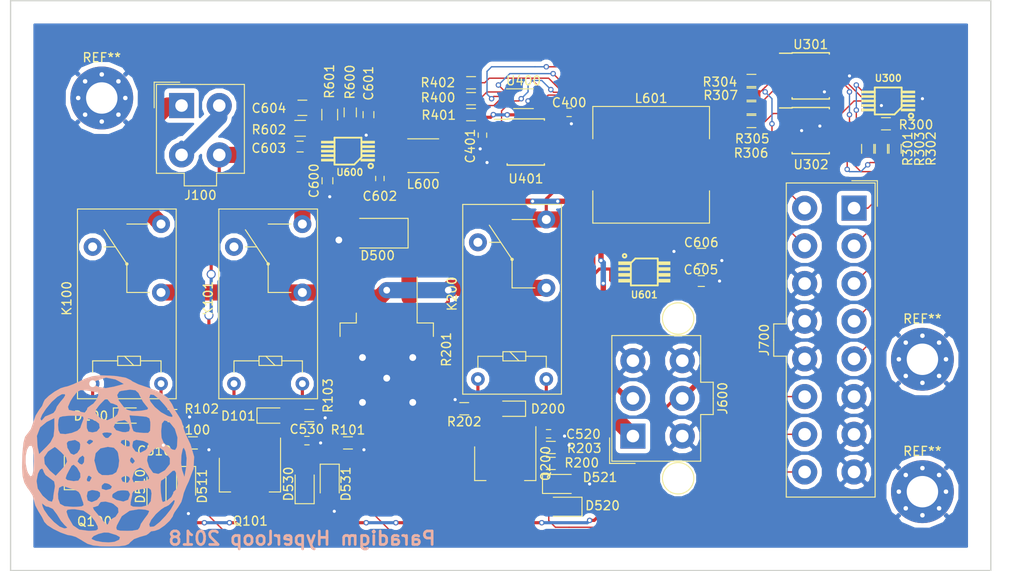
<source format=kicad_pcb>
(kicad_pcb (version 20171130) (host pcbnew "(5.0.0)")
  (layers (0 F.Cu signal) (31 B.Cu signal) (34 B.Paste user) (35 F.Paste user) (36 B.SilkS user) (37 F.SilkS user) (38 B.Mask user) (39 F.Mask user) (44 Edge.Cuts user))
  (net 0 "")
  (net 1 BBB_GND)
  (net 2 PRECHARGE_N)
  (net 3 V_BATT37)
  (net 4 "Net-(C601-Pad2)")
  (net 5 "Net-(C601-Pad1)")
  (net 6 "Net-(C602-Pad1)")
  (net 7 "Net-(C603-Pad2)")
  (net 8 3.3V_REG)
  (net 9 "Net-(D100-Pad1)")
  (net 10 "Net-(D100-Pad2)")
  (net 11 "Net-(D101-Pad1)")
  (net 12 "Net-(D101-Pad2)")
  (net 13 "Net-(D200-Pad1)")
  (net 14 "Net-(D200-Pad2)")
  (net 15 "Net-(J100-Pad1)")
  (net 16 "Net-(J100-Pad2)")
  (net 17 "Net-(J100-Pad4)")
  (net 18 5V_REG)
  (net 19 PACK_A_ON_N)
  (net 20 PACK_B_ON_N)
  (net 21 CV_SDA_BBB)
  (net 22 CV_SCL_BBB)
  (net 23 TEMP_DIN_BBB)
  (net 24 TEMP_SLAVE_ADDR1)
  (net 25 TEMP_SLAVE_ADDR0)
  (net 26 TEMP_SDA_BBB)
  (net 27 TEMP_SCL_BBB)
  (net 28 "Net-(L601-Pad1)")
  (net 29 V_BATT37_PC)
  (net 30 "Net-(R300-Pad1)")
  (net 31 "Net-(R301-Pad2)")
  (net 32 "Net-(R302-Pad2)")
  (net 33 "Net-(R303-Pad2)")
  (net 34 "Net-(R304-Pad2)")
  (net 35 "Net-(R305-Pad2)")
  (net 36 "Net-(R600-Pad1)")
  (net 37 "Net-(U302-Pad3)")
  (net 38 "Net-(U302-Pad4)")
  (net 39 "Net-(U302-Pad5)")
  (net 40 "Net-(U302-Pad6)")
  (net 41 "Net-(U401-Pad2)")
  (net 42 "Net-(U401-Pad3)")
  (net 43 "Net-(U401-Pad5)")
  (net 44 "Net-(U401-Pad6)")
  (net 45 "Net-(U401-Pad7)")
  (net 46 "Net-(U601-Pad3)")
  (net 47 "Net-(U601-Pad4)")
  (net 48 "Net-(U601-Pad7)")
  (net 49 "Net-(L600-Pad2)")
  (net 50 "Net-(U600-Pad7)")
  (net 51 "Net-(U600-Pad8)")
  (net 52 "Net-(C401-Pad1)")
  (module TO_SOT_Packages_SMD:TO-263-2 (layer F.Cu) (at 161.29 104.902 270)
    (fp_text reference R201 (at 0 -6.65 270) (layer F.SilkS))
    (fp_text value powerRes)
    (pad 1 smd rect (at -5.775 -2.54 270) (size 4.6 1.1) (layers F.Cu F.Paste F.Mask) (net 3 V_BATT37))
    (pad 3 smd rect (at -5.775 2.54 270) (size 4.6 1.1) (layers F.Cu F.Paste F.Mask) (net 29 V_BATT37_PC))
    (pad 2 smd rect (at 3.375 0 270) (size 9.4 10.8) (layers F.Cu F.Mask))
    (pad 2 smd rect (at 5.8 2.775 270) (size 4.55 5.25) (layers F.Cu F.Paste))
    (pad 2 smd rect (at 0.95 -2.775 270) (size 4.55 5.25) (layers F.Cu F.Paste))
    (pad 2 smd rect (at 5.8 -2.775 270) (size 4.55 5.25) (layers F.Cu F.Paste))
    (pad 2 smd rect (at 0.95 2.775 270) (size 4.55 5.25) (layers F.Cu F.Paste))
    (pad 2 thru_hole circle (at 0.9 2.7 270) (size 1.524 1.524) (drill 0.762) (layers *.Cu *.Mask))
    (pad 2 thru_hole circle (at 3.2 0 270) (size 1.524 1.524) (drill 0.762) (layers *.Cu *.Mask))
    (pad 2 thru_hole circle (at 0.9 -2.9 270) (size 1.524 1.524) (drill 0.762) (layers *.Cu *.Mask))
    (pad 2 thru_hole circle (at 5.9 -2.9 270) (size 1.524 1.524) (drill 0.762) (layers *.Cu *.Mask))
    (pad 2 thru_hole circle (at 5.9 2.7 270) (size 1.524 1.524) (drill 0.762) (layers *.Cu *.Mask))
  )
  (module Capacitors_SMD:C_0402 (layer F.Cu) (at 181.61 78.486 180)
    (fp_text reference C400 (at -0.0127 1.08712 180) (layer F.SilkS))
    (fp_text value .1u)
    (pad 1 smd rect (at -0.55 0 180) (size 0.6 0.5) (layers F.Cu F.Paste F.Mask) (net 1 BBB_GND))
    (pad 2 smd rect (at 0.55 0 180) (size 0.6 0.5) (layers F.Cu F.Paste F.Mask) (net 18 5V_REG))
  )
  (module Capacitors_SMD:C_0402 (layer F.Cu) (at 171.958 81.026 270)
    (fp_text reference C401 (at 1.21158 1.35636 270) (layer F.SilkS))
    (fp_text value 10n)
    (pad 1 smd rect (at -0.55 0 270) (size 0.6 0.5) (layers F.Cu F.Paste F.Mask) (net 52 "Net-(C401-Pad1)"))
    (pad 2 smd rect (at 0.55 0 270) (size 0.6 0.5) (layers F.Cu F.Paste F.Mask) (net 1 BBB_GND))
  )
  (module Capacitors_SMD:C_0402 (layer F.Cu) (at 135.382 114.808)
    (fp_text reference C510 (at 0.02286 1.38938) (layer F.SilkS))
    (fp_text value 10nF)
    (pad 1 smd rect (at -0.55 0) (size 0.6 0.5) (layers F.Cu F.Paste F.Mask) (net 19 PACK_A_ON_N))
    (pad 2 smd rect (at 0.55 0) (size 0.6 0.5) (layers F.Cu F.Paste F.Mask) (net 1 BBB_GND))
  )
  (module Capacitors_SMD:C_0402 (layer F.Cu) (at 179.324 114.3)
    (fp_text reference C520 (at 3.88366 0.04572) (layer F.SilkS))
    (fp_text value 10nF)
    (pad 1 smd rect (at -0.55 0) (size 0.6 0.5) (layers F.Cu F.Paste F.Mask) (net 2 PRECHARGE_N))
    (pad 2 smd rect (at 0.55 0) (size 0.6 0.5) (layers F.Cu F.Paste F.Mask) (net 1 BBB_GND))
  )
  (module Capacitors_SMD:C_0402 (layer F.Cu) (at 152.4 115.062)
    (fp_text reference C530 (at 0 -1.27) (layer F.SilkS))
    (fp_text value 10nF)
    (pad 1 smd rect (at -0.55 0) (size 0.6 0.5) (layers F.Cu F.Paste F.Mask) (net 20 PACK_B_ON_N))
    (pad 2 smd rect (at 0.55 0) (size 0.6 0.5) (layers F.Cu F.Paste F.Mask) (net 1 BBB_GND))
  )
  (module Capacitors_SMD:C_0603 (layer F.Cu) (at 154.686 86.106 90)
    (fp_text reference C600 (at 0 -1.5 90) (layer F.SilkS))
    (fp_text value 4.7uF)
    (pad 2 smd rect (at 0.75 0 90) (size 0.8 0.75) (layers F.Cu F.Paste F.Mask) (net 3 V_BATT37))
    (pad 1 smd rect (at -0.75 0 90) (size 0.8 0.75) (layers F.Cu F.Paste F.Mask) (net 1 BBB_GND))
  )
  (module Capacitors_SMD:C_0603 (layer F.Cu) (at 159.258 78.74 90)
    (fp_text reference C601 (at 3.48996 0.00508 90) (layer F.SilkS))
    (fp_text value 1uF)
    (pad 2 smd rect (at 0.75 0 90) (size 0.8 0.75) (layers F.Cu F.Paste F.Mask) (net 4 "Net-(C601-Pad2)"))
    (pad 1 smd rect (at -0.75 0 90) (size 0.8 0.75) (layers F.Cu F.Paste F.Mask) (net 5 "Net-(C601-Pad1)"))
  )
  (module Capacitors_SMD:C_0402 (layer F.Cu) (at 160.528 85.852 270)
    (fp_text reference C602 (at 1.9685 0.00254) (layer F.SilkS))
    (fp_text value .1uF)
    (pad 1 smd rect (at -0.55 0 270) (size 0.6 0.5) (layers F.Cu F.Paste F.Mask) (net 6 "Net-(C602-Pad1)"))
    (pad 2 smd rect (at 0.55 0 270) (size 0.6 0.5) (layers F.Cu F.Paste F.Mask) (net 18 5V_REG))
  )
  (module Capacitors_SMD:C_0603 (layer F.Cu) (at 151.638 82.296)
    (fp_text reference C603 (at -3.4925 0.18542) (layer F.SilkS))
    (fp_text value 10pF)
    (pad 2 smd rect (at 0.75 0) (size 0.8 0.75) (layers F.Cu F.Paste F.Mask) (net 7 "Net-(C603-Pad2)"))
    (pad 1 smd rect (at -0.75 0) (size 0.8 0.75) (layers F.Cu F.Paste F.Mask) (net 18 5V_REG))
  )
  (module Capacitors_SMD:C_0805 (layer F.Cu) (at 151.892 77.978)
    (fp_text reference C604 (at -3.72364 0.0508) (layer F.SilkS))
    (fp_text value 22uF)
    (pad 1 smd rect (at -1 0) (size 1 1.25) (layers F.Cu F.Paste F.Mask) (net 18 5V_REG))
    (pad 2 smd rect (at 1 0) (size 1 1.25) (layers F.Cu F.Paste F.Mask) (net 4 "Net-(C601-Pad2)"))
  )
  (module Capacitors_SMD:C_0603 (layer F.Cu) (at 196.342 97.282)
    (fp_text reference C605 (at -0.04064 -1.25476) (layer F.SilkS))
    (fp_text value 1uF)
    (pad 2 smd rect (at 0.75 0) (size 0.8 0.75) (layers F.Cu F.Paste F.Mask) (net 1 BBB_GND))
    (pad 1 smd rect (at -0.75 0) (size 0.8 0.75) (layers F.Cu F.Paste F.Mask) (net 3 V_BATT37))
  )
  (module Capacitors_SMD:C_0805 (layer F.Cu) (at 196.342 94.488)
    (fp_text reference C606 (at 0 -1.5) (layer F.SilkS))
    (fp_text value 10uF)
    (pad 1 smd rect (at -1 0) (size 1 1.25) (layers F.Cu F.Paste F.Mask) (net 8 3.3V_REG))
    (pad 2 smd rect (at 1 0) (size 1 1.25) (layers F.Cu F.Paste F.Mask) (net 1 BBB_GND))
  )
  (module Diodes_SMD:D_SOD-323F (layer F.Cu) (at 132.334 112.268)
    (fp_text reference D100 (at -4.00812 0.04064) (layer F.SilkS))
    (fp_text value D)
    (pad 1 smd rect (at -1.1 0) (size 0.5 0.5) (layers F.Cu F.Paste F.Mask) (net 9 "Net-(D100-Pad1)"))
    (pad 2 smd rect (at 1.1 0) (size 0.5 0.5) (layers F.Cu F.Paste F.Mask) (net 10 "Net-(D100-Pad2)"))
  )
  (module Diodes_SMD:D_SOD-323F (layer F.Cu) (at 148.336 112.268)
    (fp_text reference D101 (at -3.58394 0.04064) (layer F.SilkS))
    (fp_text value D)
    (pad 1 smd rect (at -1.1 0) (size 0.5 0.5) (layers F.Cu F.Paste F.Mask) (net 11 "Net-(D101-Pad1)"))
    (pad 2 smd rect (at 1.1 0) (size 0.5 0.5) (layers F.Cu F.Paste F.Mask) (net 12 "Net-(D101-Pad2)"))
  )
  (module Diodes_SMD:D_SOD-323F (layer F.Cu) (at 175.26 111.506 180)
    (fp_text reference D200 (at -4.0132 -0.01524 180) (layer F.SilkS))
    (fp_text value D)
    (pad 1 smd rect (at -1.1 0 180) (size 0.5 0.5) (layers F.Cu F.Paste F.Mask) (net 13 "Net-(D200-Pad1)"))
    (pad 2 smd rect (at 1.1 0 180) (size 0.5 0.5) (layers F.Cu F.Paste F.Mask) (net 14 "Net-(D200-Pad2)"))
  )
  (module Diodes_SMD:D_SMA (layer F.Cu) (at 160.274 91.948 180)
    (fp_text reference D500 (at 0 -2.5 180) (layer F.SilkS))
    (fp_text value SMAJ36CA)
    (pad 1 smd rect (at -2 0 180) (size 2.5 1.8) (layers F.Cu F.Paste F.Mask) (net 3 V_BATT37))
    (pad 2 smd rect (at 2 0 180) (size 2.5 1.8) (layers F.Cu F.Paste F.Mask) (net 1 BBB_GND))
  )
  (module Diodes_SMD:D_1206 (layer F.Cu) (at 135.636 120.142 90)
    (fp_text reference D510 (at 0 -1.8 90) (layer F.SilkS))
    (fp_text value DZ2W03600L)
    (pad 1 smd rect (at -1.5 0 90) (size 1 1.6) (layers F.Cu F.Paste F.Mask) (net 8 3.3V_REG))
    (pad 2 smd rect (at 1.5 0 90) (size 1 1.6) (layers F.Cu F.Paste F.Mask) (net 19 PACK_A_ON_N))
  )
  (module Diodes_SMD:D_1206 (layer F.Cu) (at 138.938 120.142 270)
    (fp_text reference D511 (at 0 -1.8 270) (layer F.SilkS))
    (fp_text value DZ2W03600L)
    (pad 1 smd rect (at -1.5 0 270) (size 1 1.6) (layers F.Cu F.Paste F.Mask) (net 19 PACK_A_ON_N))
    (pad 2 smd rect (at 1.5 0 270) (size 1 1.6) (layers F.Cu F.Paste F.Mask) (net 1 BBB_GND))
  )
  (module Diodes_SMD:D_1206 (layer F.Cu) (at 180.848 122.428 180)
    (fp_text reference D520 (at -4.48818 0.12446) (layer F.SilkS))
    (fp_text value DZ2W03600L)
    (pad 1 smd rect (at -1.5 0 180) (size 1 1.6) (layers F.Cu F.Paste F.Mask) (net 8 3.3V_REG))
    (pad 2 smd rect (at 1.5 0 180) (size 1 1.6) (layers F.Cu F.Paste F.Mask) (net 2 PRECHARGE_N))
  )
  (module Diodes_SMD:D_1206 (layer F.Cu) (at 180.848 119.888)
    (fp_text reference D521 (at 4.20878 -0.73152 180) (layer F.SilkS))
    (fp_text value DZ2W03600L)
    (pad 1 smd rect (at -1.5 0) (size 1 1.6) (layers F.Cu F.Paste F.Mask) (net 2 PRECHARGE_N))
    (pad 2 smd rect (at 1.5 0) (size 1 1.6) (layers F.Cu F.Paste F.Mask) (net 1 BBB_GND))
  )
  (module Diodes_SMD:D_1206 (layer F.Cu) (at 152.146 119.888 90)
    (fp_text reference D530 (at 0 -1.8 90) (layer F.SilkS))
    (fp_text value DZ2W03600L)
    (pad 1 smd rect (at -1.5 0 90) (size 1 1.6) (layers F.Cu F.Paste F.Mask) (net 8 3.3V_REG))
    (pad 2 smd rect (at 1.5 0 90) (size 1 1.6) (layers F.Cu F.Paste F.Mask) (net 20 PACK_B_ON_N))
  )
  (module Diodes_SMD:D_1206 (layer F.Cu) (at 154.94 119.888 270)
    (fp_text reference D531 (at 0 -1.8 270) (layer F.SilkS))
    (fp_text value DZ2W03600L)
    (pad 1 smd rect (at -1.5 0 270) (size 1 1.6) (layers F.Cu F.Paste F.Mask) (net 20 PACK_B_ON_N))
    (pad 2 smd rect (at 1.5 0 270) (size 1 1.6) (layers F.Cu F.Paste F.Mask) (net 1 BBB_GND))
  )
  (module Connectors_Molex:Molex_MiniFit-JR-5556-04A_2x02x4.20mm_Straight (layer F.Cu) (at 138.43 77.724)
    (fp_text reference J100 (at 2.1 10) (layer F.SilkS))
    (fp_text value Conn_02x02_Counter_Clockwise)
    (pad 1 thru_hole rect (at 0 0) (size 2.8 2.8) (drill 1.4) (layers *.Cu *.Mask) (net 15 "Net-(J100-Pad1)"))
    (pad 2 thru_hole circle (at 4.2 0) (size 2.8 2.8) (drill 1.4) (layers *.Cu *.Mask) (net 16 "Net-(J100-Pad2)"))
    (pad 3 thru_hole circle (at 0 5.5) (size 2.8 2.8) (drill 1.4) (layers *.Cu *.Mask) (net 16 "Net-(J100-Pad2)"))
    (pad 4 thru_hole circle (at 4.2 5.5) (size 2.8 2.8) (drill 1.4) (layers *.Cu *.Mask) (net 17 "Net-(J100-Pad4)"))
  )
  (module Connectors_Molex:Molex_MiniFit-JR-5556-06B_2x03x4.20mm_Straight (layer F.Cu) (at 188.722 114.554 90)
    (fp_text reference J600 (at 4.2 10 90) (layer F.SilkS))
    (fp_text value Conn_02x03_Counter_Clockwise)
    (pad 1 thru_hole rect (at 0 0 90) (size 2.8 2.8) (drill 1.4) (layers *.Cu *.Mask) (net 3 V_BATT37))
    (pad 2 thru_hole circle (at 4.2 0 90) (size 2.8 2.8) (drill 1.4) (layers *.Cu *.Mask) (net 18 5V_REG))
    (pad 3 thru_hole circle (at 8.4 0 90) (size 2.8 2.8) (drill 1.4) (layers *.Cu *.Mask) (net 1 BBB_GND))
    (pad 4 thru_hole circle (at 0 5.5 90) (size 2.8 2.8) (drill 1.4) (layers *.Cu *.Mask) (net 1 BBB_GND))
    (pad 5 thru_hole circle (at 4.2 5.5 90) (size 2.8 2.8) (drill 1.4) (layers *.Cu *.Mask) (net 8 3.3V_REG))
    (pad 6 thru_hole circle (at 8.4 5.5 90) (size 2.8 2.8) (drill 1.4) (layers *.Cu *.Mask) (net 1 BBB_GND))
    (pad "" np_thru_hole circle (at -4.7 5.04 90) (size 3 3) (drill 3) (layers *.Cu *.Mask))
    (pad "" np_thru_hole circle (at 13.1 5.04 90) (size 3 3) (drill 3) (layers *.Cu *.Mask))
  )
  (module Connectors_Molex:Molex_MiniFit-JR-5556-16A_2x08x4.20mm_Straight (layer F.Cu) (at 213.36 89.154 270)
    (fp_text reference J700 (at 14.7 10 270) (layer F.SilkS))
    (fp_text value MOLEX-MINIFIT-JR-5556)
    (pad 1 thru_hole rect (at 0 0 270) (size 2.8 2.8) (drill 1.4) (layers *.Cu *.Mask) (net 24 TEMP_SLAVE_ADDR1))
    (pad 2 thru_hole circle (at 4.2 0 270) (size 2.8 2.8) (drill 1.4) (layers *.Cu *.Mask) (net 25 TEMP_SLAVE_ADDR0))
    (pad 3 thru_hole circle (at 8.4 0 270) (size 2.8 2.8) (drill 1.4) (layers *.Cu *.Mask) (net 26 TEMP_SDA_BBB))
    (pad 4 thru_hole circle (at 12.6 0 270) (size 2.8 2.8) (drill 1.4) (layers *.Cu *.Mask) (net 27 TEMP_SCL_BBB))
    (pad 5 thru_hole circle (at 16.8 0 270) (size 2.8 2.8) (drill 1.4) (layers *.Cu *.Mask) (net 23 TEMP_DIN_BBB))
    (pad 6 thru_hole circle (at 21 0 270) (size 2.8 2.8) (drill 1.4) (layers *.Cu *.Mask) (net 1 BBB_GND))
    (pad 7 thru_hole circle (at 25.2 0 270) (size 2.8 2.8) (drill 1.4) (layers *.Cu *.Mask) (net 1 BBB_GND))
    (pad 8 thru_hole circle (at 29.4 0 270) (size 2.8 2.8) (drill 1.4) (layers *.Cu *.Mask) (net 1 BBB_GND))
    (pad 9 thru_hole circle (at 0 5.5 270) (size 2.8 2.8) (drill 1.4) (layers *.Cu *.Mask) (net 22 CV_SCL_BBB))
    (pad 10 thru_hole circle (at 4.2 5.5 270) (size 2.8 2.8) (drill 1.4) (layers *.Cu *.Mask) (net 21 CV_SDA_BBB))
    (pad 11 thru_hole circle (at 8.4 5.5 270) (size 2.8 2.8) (drill 1.4) (layers *.Cu *.Mask) (net 1 BBB_GND))
    (pad 12 thru_hole circle (at 12.6 5.5 270) (size 2.8 2.8) (drill 1.4) (layers *.Cu *.Mask) (net 1 BBB_GND))
    (pad 13 thru_hole circle (at 16.8 5.5 270) (size 2.8 2.8) (drill 1.4) (layers *.Cu *.Mask) (net 1 BBB_GND))
    (pad 14 thru_hole circle (at 21 5.5 270) (size 2.8 2.8) (drill 1.4) (layers *.Cu *.Mask) (net 2 PRECHARGE_N))
    (pad 15 thru_hole circle (at 25.2 5.5 270) (size 2.8 2.8) (drill 1.4) (layers *.Cu *.Mask) (net 20 PACK_B_ON_N))
    (pad 16 thru_hole circle (at 29.4 5.5 270) (size 2.8 2.8) (drill 1.4) (layers *.Cu *.Mask) (net 19 PACK_A_ON_N))
  )
  (module Relays_THT:Relay_SPDT_OMRON-G5Q (layer F.Cu) (at 136.144 108.712 90)
    (fp_text reference K100 (at 9.5 -10.5 270) (layer F.SilkS))
    (fp_text value "G5LE-14 DC3")
    (pad 1 thru_hole circle (at 0 0 270) (size 1.52 1.52) (drill 0.76) (layers *.Cu *.Mask) (net 10 "Net-(D100-Pad2)"))
    (pad 2 thru_hole circle (at 10.16 0 270) (size 2 2) (drill 1) (layers *.Cu *.Mask) (net 29 V_BATT37_PC))
    (pad 3 thru_hole circle (at 17.78 0 270) (size 2 2) (drill 1) (layers *.Cu *.Mask) (net 15 "Net-(J100-Pad1)"))
    (pad 4 thru_hole circle (at 15.24 -7.62 270) (size 2 2) (drill 1) (layers *.Cu *.Mask))
    (pad 5 thru_hole circle (at 0 -7.62 270) (size 1.52 1.52) (drill 0.76) (layers *.Cu *.Mask) (net 9 "Net-(D100-Pad1)"))
  )
  (module Relays_THT:Relay_SPDT_OMRON-G5Q (layer F.Cu) (at 151.892 108.712 90)
    (fp_text reference K101 (at 9.5 -10.5 270) (layer F.SilkS))
    (fp_text value "G5LE-14 DC3")
    (pad 1 thru_hole circle (at 0 0 270) (size 1.52 1.52) (drill 0.76) (layers *.Cu *.Mask) (net 12 "Net-(D101-Pad2)"))
    (pad 2 thru_hole circle (at 10.16 0 270) (size 2 2) (drill 1) (layers *.Cu *.Mask) (net 29 V_BATT37_PC))
    (pad 3 thru_hole circle (at 17.78 0 270) (size 2 2) (drill 1) (layers *.Cu *.Mask) (net 17 "Net-(J100-Pad4)"))
    (pad 4 thru_hole circle (at 15.24 -7.62 270) (size 2 2) (drill 1) (layers *.Cu *.Mask))
    (pad 5 thru_hole circle (at 0 -7.62 270) (size 1.52 1.52) (drill 0.76) (layers *.Cu *.Mask) (net 11 "Net-(D101-Pad1)"))
  )
  (module Relays_THT:Relay_SPDT_OMRON-G5Q (layer F.Cu) (at 179.07 108.204 90)
    (fp_text reference K200 (at 9.5 -10.5 270) (layer F.SilkS))
    (fp_text value "G5LE-14 DC3")
    (pad 1 thru_hole circle (at 0 0 270) (size 1.52 1.52) (drill 0.76) (layers *.Cu *.Mask) (net 13 "Net-(D200-Pad1)"))
    (pad 2 thru_hole circle (at 10.16 0 270) (size 2 2) (drill 1) (layers *.Cu *.Mask) (net 29 V_BATT37_PC))
    (pad 3 thru_hole circle (at 17.78 0 270) (size 2 2) (drill 1) (layers *.Cu *.Mask) (net 3 V_BATT37))
    (pad 4 thru_hole circle (at 15.24 -7.62 270) (size 2 2) (drill 1) (layers *.Cu *.Mask))
    (pad 5 thru_hole circle (at 0 -7.62 270) (size 1.52 1.52) (drill 0.76) (layers *.Cu *.Mask) (net 14 "Net-(D200-Pad2)"))
  )
  (module Inductors_SMD:L_1812 (layer F.Cu) (at 165.354 83.312 180)
    (fp_text reference L600 (at 0 -3.17 180) (layer F.SilkS))
    (fp_text value 2.2uH)
    (pad 1 smd rect (at -2.44 0 180) (size 1.6 3.5) (layers F.Cu F.Paste F.Mask) (net 18 5V_REG))
    (pad 2 smd rect (at 2.44 0 180) (size 1.6 3.5) (layers F.Cu F.Paste F.Mask) (net 49 "Net-(L600-Pad2)"))
  )
  (module Inductors_SMD:L_Wuerth_HCI-1350 (layer F.Cu) (at 190.754 84.328)
    (fp_text reference L601 (at 0 -7.4) (layer F.SilkS))
    (fp_text value 150uH)
    (pad 1 smd rect (at -5.25 0) (size 4.5 5) (layers F.Cu F.Paste F.Mask) (net 28 "Net-(L601-Pad1)"))
    (pad 2 smd rect (at 5.25 0) (size 4.5 5) (layers F.Cu F.Paste F.Mask) (net 8 3.3V_REG))
  )
  (module TO_SOT_Packages_SMD:SOT-223 (layer F.Cu) (at 128.778 118.618 270)
    (fp_text reference Q100 (at 5.44576 0.03556) (layer F.SilkS))
    (fp_text value ZVP4525G)
    (pad 4 smd rect (at 3.15 0 270) (size 2 3.8) (layers F.Cu F.Paste F.Mask))
    (pad 2 smd rect (at -3.15 0 270) (size 2 1.5) (layers F.Cu F.Paste F.Mask) (net 9 "Net-(D100-Pad1)"))
    (pad 3 smd rect (at -3.15 2.3 270) (size 2 1.5) (layers F.Cu F.Paste F.Mask) (net 15 "Net-(J100-Pad1)"))
    (pad 1 smd rect (at -3.15 -2.3 270) (size 2 1.5) (layers F.Cu F.Paste F.Mask) (net 19 PACK_A_ON_N))
  )
  (module TO_SOT_Packages_SMD:SOT-223 (layer F.Cu) (at 146.05 118.872 270)
    (fp_text reference Q101 (at 5.14604 -0.04572) (layer F.SilkS))
    (fp_text value ZVP4525G)
    (pad 4 smd rect (at 3.15 0 270) (size 2 3.8) (layers F.Cu F.Paste F.Mask))
    (pad 2 smd rect (at -3.15 0 270) (size 2 1.5) (layers F.Cu F.Paste F.Mask) (net 11 "Net-(D101-Pad1)"))
    (pad 3 smd rect (at -3.15 2.3 270) (size 2 1.5) (layers F.Cu F.Paste F.Mask) (net 17 "Net-(J100-Pad4)"))
    (pad 1 smd rect (at -3.15 -2.3 270) (size 2 1.5) (layers F.Cu F.Paste F.Mask) (net 20 PACK_B_ON_N))
  )
  (module TO_SOT_Packages_SMD:SOT-223 (layer F.Cu) (at 174.498 117.602 270)
    (fp_text reference Q200 (at 0 -4.5 270) (layer F.SilkS))
    (fp_text value ZVP4525G)
    (pad 4 smd rect (at 3.15 0 270) (size 2 3.8) (layers F.Cu F.Paste F.Mask))
    (pad 2 smd rect (at -3.15 0 270) (size 2 1.5) (layers F.Cu F.Paste F.Mask) (net 13 "Net-(D200-Pad1)"))
    (pad 3 smd rect (at -3.15 2.3 270) (size 2 1.5) (layers F.Cu F.Paste F.Mask) (net 29 V_BATT37_PC))
    (pad 1 smd rect (at -3.15 -2.3 270) (size 2 1.5) (layers F.Cu F.Paste F.Mask) (net 2 PRECHARGE_N))
  )
  (module Resistors_SMD:R_0603 (layer F.Cu) (at 139.7 115.316)
    (fp_text reference R100 (at 0 -1.45) (layer F.SilkS))
    (fp_text value 1k)
    (pad 1 smd rect (at -0.75 0) (size 0.5 0.9) (layers F.Cu F.Paste F.Mask) (net 19 PACK_A_ON_N))
    (pad 2 smd rect (at 0.75 0) (size 0.5 0.9) (layers F.Cu F.Paste F.Mask) (net 1 BBB_GND))
  )
  (module Resistors_SMD:R_0603 (layer F.Cu) (at 156.972 115.316)
    (fp_text reference R101 (at 0 -1.45) (layer F.SilkS))
    (fp_text value 1k)
    (pad 1 smd rect (at -0.75 0) (size 0.5 0.9) (layers F.Cu F.Paste F.Mask) (net 20 PACK_B_ON_N))
    (pad 2 smd rect (at 0.75 0) (size 0.5 0.9) (layers F.Cu F.Paste F.Mask) (net 1 BBB_GND))
  )
  (module Resistors_SMD:R_0603 (layer F.Cu) (at 137.414 112.268)
    (fp_text reference R102 (at 3.26644 -0.74422) (layer F.SilkS))
    (fp_text value 1k)
    (pad 1 smd rect (at -0.75 0) (size 0.5 0.9) (layers F.Cu F.Paste F.Mask) (net 10 "Net-(D100-Pad2)"))
    (pad 2 smd rect (at 0.75 0) (size 0.5 0.9) (layers F.Cu F.Paste F.Mask) (net 1 BBB_GND))
  )
  (module Resistors_SMD:R_0603 (layer F.Cu) (at 152.654 112.268)
    (fp_text reference R103 (at 2.09296 -2.22504 90) (layer F.SilkS))
    (fp_text value 1k)
    (pad 1 smd rect (at -0.75 0) (size 0.5 0.9) (layers F.Cu F.Paste F.Mask) (net 12 "Net-(D101-Pad2)"))
    (pad 2 smd rect (at 0.75 0) (size 0.5 0.9) (layers F.Cu F.Paste F.Mask) (net 1 BBB_GND))
  )
  (module Resistors_SMD:R_0603 (layer F.Cu) (at 179.578 117.602)
    (fp_text reference R200 (at 3.44424 -0.0635) (layer F.SilkS))
    (fp_text value 1k)
    (pad 1 smd rect (at -0.75 0) (size 0.5 0.9) (layers F.Cu F.Paste F.Mask) (net 2 PRECHARGE_N))
    (pad 2 smd rect (at 0.75 0) (size 0.5 0.9) (layers F.Cu F.Paste F.Mask) (net 8 3.3V_REG))
  )
  (module Resistors_SMD:R_0603 (layer F.Cu) (at 169.926 111.506 180)
    (fp_text reference R202 (at 0 -1.45 180) (layer F.SilkS))
    (fp_text value 1k)
    (pad 1 smd rect (at -0.75 0 180) (size 0.5 0.9) (layers F.Cu F.Paste F.Mask) (net 14 "Net-(D200-Pad2)"))
    (pad 2 smd rect (at 0.75 0 180) (size 0.5 0.9) (layers F.Cu F.Paste F.Mask) (net 1 BBB_GND))
  )
  (module Resistors_SMD:R_0603 (layer F.Cu) (at 179.578 115.824 180)
    (fp_text reference R203 (at -3.7211 -0.09398 180) (layer F.SilkS))
    (fp_text value 1k)
    (pad 1 smd rect (at -0.75 0 180) (size 0.5 0.9) (layers F.Cu F.Paste F.Mask) (net 1 BBB_GND))
    (pad 2 smd rect (at 0.75 0 180) (size 0.5 0.9) (layers F.Cu F.Paste F.Mask) (net 2 PRECHARGE_N))
  )
  (module Resistors_SMD:R_0603 (layer F.Cu) (at 216.916 79.756)
    (fp_text reference R300 (at 3.34518 0.11176) (layer F.SilkS))
    (fp_text value 0.02)
    (pad 1 smd rect (at -0.75 0) (size 0.5 0.9) (layers F.Cu F.Paste F.Mask) (net 30 "Net-(R300-Pad1)"))
    (pad 2 smd rect (at 0.75 0) (size 0.5 0.9) (layers F.Cu F.Paste F.Mask) (net 3 V_BATT37))
  )
  (module Resistors_SMD:R_0603 (layer F.Cu) (at 214.884 82.55 270)
    (fp_text reference R301 (at -0.00254 -4.4577 270) (layer F.SilkS))
    (fp_text value 18.2k)
    (pad 1 smd rect (at -0.75 0 270) (size 0.5 0.9) (layers F.Cu F.Paste F.Mask) (net 30 "Net-(R300-Pad1)"))
    (pad 2 smd rect (at 0.75 0 270) (size 0.5 0.9) (layers F.Cu F.Paste F.Mask) (net 31 "Net-(R301-Pad2)"))
  )
  (module Resistors_SMD:R_0603 (layer F.Cu) (at 217.932 82.55 270)
    (fp_text reference R302 (at -0.0254 -4.0005 270) (layer F.SilkS))
    (fp_text value 18.2k)
    (pad 1 smd rect (at -0.75 0 270) (size 0.5 0.9) (layers F.Cu F.Paste F.Mask) (net 30 "Net-(R300-Pad1)"))
    (pad 2 smd rect (at 0.75 0 270) (size 0.5 0.9) (layers F.Cu F.Paste F.Mask) (net 32 "Net-(R302-Pad2)"))
  )
  (module Resistors_SMD:R_0603 (layer F.Cu) (at 216.408 82.55 270)
    (fp_text reference R303 (at 0.01778 -4.25958 270) (layer F.SilkS))
    (fp_text value 18.2k)
    (pad 1 smd rect (at -0.75 0 270) (size 0.5 0.9) (layers F.Cu F.Paste F.Mask) (net 30 "Net-(R300-Pad1)"))
    (pad 2 smd rect (at 0.75 0 270) (size 0.5 0.9) (layers F.Cu F.Paste F.Mask) (net 33 "Net-(R303-Pad2)"))
  )
  (module Resistors_SMD:R_0603 (layer F.Cu) (at 201.93 74.93)
    (fp_text reference R304 (at -3.52044 0.17018) (layer F.SilkS))
    (fp_text value 0.51k)
    (pad 1 smd rect (at -0.75 0) (size 0.5 0.9) (layers F.Cu F.Paste F.Mask) (net 8 3.3V_REG))
    (pad 2 smd rect (at 0.75 0) (size 0.5 0.9) (layers F.Cu F.Paste F.Mask) (net 34 "Net-(R304-Pad2)"))
  )
  (module Resistors_SMD:R_0603 (layer F.Cu) (at 201.93 77.978)
    (fp_text reference R305 (at 0.08382 3.44932) (layer F.SilkS))
    (fp_text value 0.51k)
    (pad 1 smd rect (at -0.75 0) (size 0.5 0.9) (layers F.Cu F.Paste F.Mask) (net 8 3.3V_REG))
    (pad 2 smd rect (at 0.75 0) (size 0.5 0.9) (layers F.Cu F.Paste F.Mask) (net 35 "Net-(R305-Pad2)"))
  )
  (module Resistors_SMD:R_0603 (layer F.Cu) (at 201.93 79.502)
    (fp_text reference R306 (at -0.0381 3.51536) (layer F.SilkS))
    (fp_text value 10k)
    (pad 1 smd rect (at -0.75 0) (size 0.5 0.9) (layers F.Cu F.Paste F.Mask) (net 8 3.3V_REG))
    (pad 2 smd rect (at 0.75 0) (size 0.5 0.9) (layers F.Cu F.Paste F.Mask) (net 21 CV_SDA_BBB))
  )
  (module Resistors_SMD:R_0603 (layer F.Cu) (at 201.93 76.454)
    (fp_text reference R307 (at -3.429 0.13462) (layer F.SilkS))
    (fp_text value 10k)
    (pad 1 smd rect (at -0.75 0) (size 0.5 0.9) (layers F.Cu F.Paste F.Mask) (net 8 3.3V_REG))
    (pad 2 smd rect (at 0.75 0) (size 0.5 0.9) (layers F.Cu F.Paste F.Mask) (net 22 CV_SCL_BBB))
  )
  (module Resistors_SMD:R_0603 (layer F.Cu) (at 170.688 76.962)
    (fp_text reference R400 (at -3.67792 -0.11176) (layer F.SilkS))
    (fp_text value 1k)
    (pad 1 smd rect (at -0.75 0) (size 0.5 0.9) (layers F.Cu F.Paste F.Mask) (net 18 5V_REG))
    (pad 2 smd rect (at 0.75 0) (size 0.5 0.9) (layers F.Cu F.Paste F.Mask) (net 27 TEMP_SCL_BBB))
  )
  (module Resistors_SMD:R_0603 (layer F.Cu) (at 170.688 78.74)
    (fp_text reference R401 (at -3.60172 0.05334) (layer F.SilkS))
    (fp_text value 1k)
    (pad 1 smd rect (at -0.75 0) (size 0.5 0.9) (layers F.Cu F.Paste F.Mask) (net 18 5V_REG))
    (pad 2 smd rect (at 0.75 0) (size 0.5 0.9) (layers F.Cu F.Paste F.Mask) (net 23 TEMP_DIN_BBB))
  )
  (module Resistors_SMD:R_0603 (layer F.Cu) (at 170.688 75.184)
    (fp_text reference R402 (at -3.70078 -0.00762) (layer F.SilkS))
    (fp_text value 1k)
    (pad 1 smd rect (at -0.75 0) (size 0.5 0.9) (layers F.Cu F.Paste F.Mask) (net 18 5V_REG))
    (pad 2 smd rect (at 0.75 0) (size 0.5 0.9) (layers F.Cu F.Paste F.Mask) (net 26 TEMP_SDA_BBB))
  )
  (module Resistors_SMD:R_0603 (layer F.Cu) (at 157.226 78.486 90)
    (fp_text reference R600 (at 3.38328 -0.03048 90) (layer F.SilkS))
    (fp_text value 18.2k)
    (pad 1 smd rect (at -0.75 0 90) (size 0.5 0.9) (layers F.Cu F.Paste F.Mask) (net 36 "Net-(R600-Pad1)"))
    (pad 2 smd rect (at 0.75 0 90) (size 0.5 0.9) (layers F.Cu F.Paste F.Mask) (net 4 "Net-(C601-Pad2)"))
  )
  (module Resistors_SMD:R_0805 (layer F.Cu) (at 154.94 78.74 90)
    (fp_text reference R601 (at 3.71094 -0.03048 90) (layer F.SilkS))
    (fp_text value 187K)
    (pad 1 smd rect (at -0.95 0 90) (size 0.7 1.3) (layers F.Cu F.Paste F.Mask) (net 7 "Net-(C603-Pad2)"))
    (pad 2 smd rect (at 0.95 0 90) (size 0.7 1.3) (layers F.Cu F.Paste F.Mask) (net 4 "Net-(C601-Pad2)"))
  )
  (module Resistors_SMD:R_0805 (layer F.Cu) (at 151.638 80.264)
    (fp_text reference R602 (at -3.46964 0.1524) (layer F.SilkS))
    (fp_text value 1M)
    (pad 1 smd rect (at -0.95 0) (size 0.7 1.3) (layers F.Cu F.Paste F.Mask) (net 18 5V_REG))
    (pad 2 smd rect (at 0.95 0) (size 0.7 1.3) (layers F.Cu F.Paste F.Mask) (net 7 "Net-(C603-Pad2)"))
  )
  (module footprints:MSOP10 (layer F.Cu) (at 217.17 77.216 180)
    (fp_text reference U300 (at 0 2.54 180) (layer F.SilkS) (effects (font (size 0.762 0.762) (thickness 0.1524))))
    (fp_text value LTC4151IMS-1 hide)
    (pad 1 smd rect (at -2.2 -1 180) (size 1.6 0.3) (layers F.Cu F.Paste F.SilkS F.Mask) (net 3 V_BATT37))
    (pad 2 smd rect (at -2.2 -0.5 180) (size 1.6 0.3) (layers F.Cu F.Paste F.SilkS F.Mask) (net 3 V_BATT37))
    (pad 3 smd rect (at -2.2 0 180) (size 1.6 0.3) (layers F.Cu F.Paste F.SilkS F.Mask) (net 3 V_BATT37))
    (pad 4 smd rect (at -2.2 0.5 180) (size 1.6 0.3) (layers F.Cu F.Paste F.SilkS F.Mask) (net 1 BBB_GND))
    (pad 5 smd rect (at -2.2 1 180) (size 1.6 0.3) (layers F.Cu F.Paste F.SilkS F.Mask) (net 3 V_BATT37))
    (pad 6 smd rect (at 2.2 1 180) (size 1.6 0.3) (layers F.Cu F.Paste F.SilkS F.Mask) (net 31 "Net-(R301-Pad2)"))
    (pad 7 smd rect (at 2.2 0.5 180) (size 1.6 0.3) (layers F.Cu F.Paste F.SilkS F.Mask) (net 32 "Net-(R302-Pad2)"))
    (pad 8 smd rect (at 2.2 0 180) (size 1.6 0.3) (layers F.Cu F.Paste F.SilkS F.Mask) (net 33 "Net-(R303-Pad2)"))
    (pad 9 smd rect (at 2.2 -0.5 180) (size 1.6 0.3) (layers F.Cu F.Paste F.SilkS F.Mask) (net 1 BBB_GND))
    (pad 10 smd rect (at 2.2 -1 180) (size 1.6 0.3) (layers F.Cu F.Paste F.SilkS F.Mask) (net 30 "Net-(R300-Pad1)"))
  )
  (module Housings_SOIC:SOIC-8_3.9x4.9mm_Pitch1.27mm (layer F.Cu) (at 208.534 74.422)
    (fp_text reference U301 (at 0 -3.5) (layer F.SilkS))
    (fp_text value MOCD207M)
    (pad 1 smd rect (at -2.7 -1.905) (size 1.55 0.6) (layers F.Cu F.Paste F.Mask) (net 34 "Net-(R304-Pad2)"))
    (pad 2 smd rect (at -2.7 -0.635) (size 1.55 0.6) (layers F.Cu F.Paste F.Mask) (net 22 CV_SCL_BBB))
    (pad 3 smd rect (at -2.7 0.635) (size 1.55 0.6) (layers F.Cu F.Paste F.Mask) (net 35 "Net-(R305-Pad2)"))
    (pad 4 smd rect (at -2.7 1.905) (size 1.55 0.6) (layers F.Cu F.Paste F.Mask) (net 21 CV_SDA_BBB))
    (pad 5 smd rect (at 2.7 1.905) (size 1.55 0.6) (layers F.Cu F.Paste F.Mask) (net 1 BBB_GND))
    (pad 6 smd rect (at 2.7 0.635) (size 1.55 0.6) (layers F.Cu F.Paste F.Mask) (net 32 "Net-(R302-Pad2)"))
    (pad 7 smd rect (at 2.7 -0.635) (size 1.55 0.6) (layers F.Cu F.Paste F.Mask) (net 1 BBB_GND))
    (pad 8 smd rect (at 2.7 -1.905) (size 1.55 0.6) (layers F.Cu F.Paste F.Mask) (net 31 "Net-(R301-Pad2)"))
  )
  (module Housings_SOIC:SOIC-8_3.9x4.9mm_Pitch1.27mm (layer F.Cu) (at 208.534 80.518)
    (fp_text reference U302 (at 0.0381 3.78714) (layer F.SilkS))
    (fp_text value MOCD207M)
    (pad 1 smd rect (at -2.7 -1.905) (size 1.55 0.6) (layers F.Cu F.Paste F.Mask) (net 21 CV_SDA_BBB))
    (pad 2 smd rect (at -2.7 -0.635) (size 1.55 0.6) (layers F.Cu F.Paste F.Mask) (net 1 BBB_GND))
    (pad 3 smd rect (at -2.7 0.635) (size 1.55 0.6) (layers F.Cu F.Paste F.Mask) (net 37 "Net-(U302-Pad3)"))
    (pad 4 smd rect (at -2.7 1.905) (size 1.55 0.6) (layers F.Cu F.Paste F.Mask) (net 38 "Net-(U302-Pad4)"))
    (pad 5 smd rect (at 2.7 1.905) (size 1.55 0.6) (layers F.Cu F.Paste F.Mask) (net 39 "Net-(U302-Pad5)"))
    (pad 6 smd rect (at 2.7 0.635) (size 1.55 0.6) (layers F.Cu F.Paste F.Mask) (net 40 "Net-(U302-Pad6)"))
    (pad 7 smd rect (at 2.7 -0.635) (size 1.55 0.6) (layers F.Cu F.Paste F.Mask) (net 1 BBB_GND))
    (pad 8 smd rect (at 2.7 -1.905) (size 1.55 0.6) (layers F.Cu F.Paste F.Mask) (net 33 "Net-(R303-Pad2)"))
  )
  (module Housings_SSOP:VSSOP-8_2.3x2mm_Pitch0.5mm (layer F.Cu) (at 176.53 76.962)
    (fp_text reference U400 (at 0 -2) (layer F.SilkS))
    (fp_text value ADC081C021)
    (pad 1 smd rect (at -1.55 -0.75 270) (size 0.3 0.8) (layers F.Cu F.Paste F.Mask) (net 27 TEMP_SCL_BBB))
    (pad 2 smd rect (at -1.55 -0.25 270) (size 0.3 0.8) (layers F.Cu F.Paste F.Mask) (net 23 TEMP_DIN_BBB))
    (pad 3 smd rect (at -1.55 0.25 270) (size 0.3 0.8) (layers F.Cu F.Paste F.Mask) (net 25 TEMP_SLAVE_ADDR0))
    (pad 4 smd rect (at -1.55 0.75 270) (size 0.3 0.8) (layers F.Cu F.Paste F.Mask) (net 52 "Net-(C401-Pad1)"))
    (pad 5 smd rect (at 1.55 0.75 270) (size 0.3 0.8) (layers F.Cu F.Paste F.Mask) (net 18 5V_REG))
    (pad 6 smd rect (at 1.55 0.25 270) (size 0.3 0.8) (layers F.Cu F.Paste F.Mask) (net 24 TEMP_SLAVE_ADDR1))
    (pad 7 smd rect (at 1.55 -0.25 270) (size 0.3 0.8) (layers F.Cu F.Paste F.Mask) (net 1 BBB_GND))
    (pad 8 smd rect (at 1.55 -0.75 270) (size 0.3 0.8) (layers F.Cu F.Paste F.Mask) (net 26 TEMP_SDA_BBB))
  )
  (module Housings_SOIC:SOIC-8_3.9x4.9mm_Pitch1.27mm (layer F.Cu) (at 176.784 81.788)
    (fp_text reference U401 (at 0.01778 4.09702) (layer F.SilkS))
    (fp_text value LM35-D)
    (pad 1 smd rect (at -2.7 -1.905) (size 1.55 0.6) (layers F.Cu F.Paste F.Mask) (net 52 "Net-(C401-Pad1)"))
    (pad 2 smd rect (at -2.7 -0.635) (size 1.55 0.6) (layers F.Cu F.Paste F.Mask) (net 41 "Net-(U401-Pad2)"))
    (pad 3 smd rect (at -2.7 0.635) (size 1.55 0.6) (layers F.Cu F.Paste F.Mask) (net 42 "Net-(U401-Pad3)"))
    (pad 4 smd rect (at -2.7 1.905) (size 1.55 0.6) (layers F.Cu F.Paste F.Mask) (net 1 BBB_GND))
    (pad 5 smd rect (at 2.7 1.905) (size 1.55 0.6) (layers F.Cu F.Paste F.Mask) (net 43 "Net-(U401-Pad5)"))
    (pad 6 smd rect (at 2.7 0.635) (size 1.55 0.6) (layers F.Cu F.Paste F.Mask) (net 44 "Net-(U401-Pad6)"))
    (pad 7 smd rect (at 2.7 -0.635) (size 1.55 0.6) (layers F.Cu F.Paste F.Mask) (net 45 "Net-(U401-Pad7)"))
    (pad 8 smd rect (at 2.7 -1.905) (size 1.55 0.6) (layers F.Cu F.Paste F.Mask) (net 18 5V_REG))
  )
  (module footprints:MSOP10 (layer F.Cu) (at 156.972 82.804 180)
    (fp_text reference U600 (at -0.20066 -2.35966 180) (layer F.SilkS) (effects (font (size 0.762 0.762) (thickness 0.1524))))
    (fp_text value LT8608 hide)
    (pad 1 smd rect (at -2.2 -1 180) (size 1.6 0.3) (layers F.Cu F.Paste F.SilkS F.Mask) (net 6 "Net-(C602-Pad1)"))
    (pad 2 smd rect (at -2.2 -0.5 180) (size 1.6 0.3) (layers F.Cu F.Paste F.SilkS F.Mask) (net 49 "Net-(L600-Pad2)"))
    (pad 3 smd rect (at -2.2 0 180) (size 1.6 0.3) (layers F.Cu F.Paste F.SilkS F.Mask) (net 5 "Net-(C601-Pad1)"))
    (pad 4 smd rect (at -2.2 0.5 180) (size 1.6 0.3) (layers F.Cu F.Paste F.SilkS F.Mask) (net 36 "Net-(R600-Pad1)"))
    (pad 5 smd rect (at -2.2 1 180) (size 1.6 0.3) (layers F.Cu F.Paste F.SilkS F.Mask) (net 1 BBB_GND))
    (pad 6 smd rect (at 2.2 1 180) (size 1.6 0.3) (layers F.Cu F.Paste F.SilkS F.Mask) (net 7 "Net-(C603-Pad2)"))
    (pad 7 smd rect (at 2.2 0.5 180) (size 1.6 0.3) (layers F.Cu F.Paste F.SilkS F.Mask) (net 50 "Net-(U600-Pad7)"))
    (pad 8 smd rect (at 2.2 0 180) (size 1.6 0.3) (layers F.Cu F.Paste F.SilkS F.Mask) (net 51 "Net-(U600-Pad8)"))
    (pad 9 smd rect (at 2.2 -0.5 180) (size 1.6 0.3) (layers F.Cu F.Paste F.SilkS F.Mask) (net 3 V_BATT37))
    (pad 10 smd rect (at 2.2 -1 180) (size 1.6 0.3) (layers F.Cu F.Paste F.SilkS F.Mask) (net 3 V_BATT37))
  )
  (module footprints:MSOP8 (layer F.Cu) (at 189.992 96.266)
    (fp_text reference U601 (at 0 2.54) (layer F.SilkS) (effects (font (size 0.762 0.762) (thickness 0.1524))))
    (fp_text value LTC3642-3.3 hide)
    (pad 1 smd rect (at -2.2 -0.975) (size 1.4 0.4) (layers F.Cu F.Paste F.SilkS F.Mask) (net 28 "Net-(L601-Pad1)"))
    (pad 2 smd rect (at -2.2 -0.325) (size 1.4 0.4) (layers F.Cu F.Paste F.SilkS F.Mask) (net 3 V_BATT37))
    (pad 3 smd rect (at -2.2 0.325) (size 1.4 0.4) (layers F.Cu F.Paste F.SilkS F.Mask) (net 46 "Net-(U601-Pad3)"))
    (pad 4 smd rect (at -2.2 0.975) (size 1.4 0.4) (layers F.Cu F.Paste F.SilkS F.Mask) (net 47 "Net-(U601-Pad4)"))
    (pad 5 smd rect (at 2.2 0.975) (size 1.4 0.4) (layers F.Cu F.Paste F.SilkS F.Mask) (net 3 V_BATT37))
    (pad 6 smd rect (at 2.2 0.325) (size 1.4 0.4) (layers F.Cu F.Paste F.SilkS F.Mask) (net 8 3.3V_REG))
    (pad 7 smd rect (at 2.2 -0.325) (size 1.4 0.4) (layers F.Cu F.Paste F.SilkS F.Mask) (net 48 "Net-(U601-Pad7)"))
    (pad 8 smd rect (at 2.2 -0.975) (size 1.4 0.4) (layers F.Cu F.Paste F.SilkS F.Mask) (net 1 BBB_GND))
  )
  (module Mounting_Holes:MountingHole_3.5mm_Pad_Via (layer F.Cu) (at 220.98 120.74769)
    (fp_text reference REF** (at 0 -4.5) (layer F.SilkS))
    (fp_text value MountingHole_3.5mm_Pad_Via)
    (pad 3 thru_hole circle (at 0 0) (size 7 7) (drill 3.5) (layers *.Cu *.Mask) (net 1 BBB_GND))
    (pad 1 thru_hole circle (at 2.625 0) (size 0.8 0.8) (drill 0.5) (layers *.Cu *.Mask))
    (pad 1 thru_hole circle (at 1.856155 1.856155) (size 0.8 0.8) (drill 0.5) (layers *.Cu *.Mask))
    (pad 1 thru_hole circle (at 0 2.625) (size 0.8 0.8) (drill 0.5) (layers *.Cu *.Mask))
    (pad 1 thru_hole circle (at -1.856155 1.856155) (size 0.8 0.8) (drill 0.5) (layers *.Cu *.Mask))
    (pad 1 thru_hole circle (at -2.625 0) (size 0.8 0.8) (drill 0.5) (layers *.Cu *.Mask))
    (pad 1 thru_hole circle (at -1.856155 -1.856155) (size 0.8 0.8) (drill 0.5) (layers *.Cu *.Mask))
    (pad 1 thru_hole circle (at 0 -2.625) (size 0.8 0.8) (drill 0.5) (layers *.Cu *.Mask))
    (pad 1 thru_hole circle (at 1.856155 -1.856155) (size 0.8 0.8) (drill 0.5) (layers *.Cu *.Mask))
  )
  (module Mounting_Holes:MountingHole_3.5mm_Pad_Via (layer F.Cu) (at 220.98 105.996155)
    (fp_text reference REF** (at 0 -4.5) (layer F.SilkS))
    (fp_text value MountingHole_3.5mm_Pad_Via)
    (pad 4 thru_hole circle (at 0 0) (size 7 7) (drill 3.5) (layers *.Cu *.Mask) (net 1 BBB_GND))
    (pad 1 thru_hole circle (at 2.625 0) (size 0.8 0.8) (drill 0.5) (layers *.Cu *.Mask))
    (pad 1 thru_hole circle (at 1.856155 1.856155) (size 0.8 0.8) (drill 0.5) (layers *.Cu *.Mask))
    (pad 1 thru_hole circle (at 0 2.625) (size 0.8 0.8) (drill 0.5) (layers *.Cu *.Mask))
    (pad 1 thru_hole circle (at -1.856155 1.856155) (size 0.8 0.8) (drill 0.5) (layers *.Cu *.Mask))
    (pad 1 thru_hole circle (at -2.625 0) (size 0.8 0.8) (drill 0.5) (layers *.Cu *.Mask))
    (pad 1 thru_hole circle (at -1.856155 -1.856155) (size 0.8 0.8) (drill 0.5) (layers *.Cu *.Mask))
    (pad 1 thru_hole circle (at 0 -2.625) (size 0.8 0.8) (drill 0.5) (layers *.Cu *.Mask))
    (pad 1 thru_hole circle (at 1.856155 -1.856155) (size 0.8 0.8) (drill 0.5) (layers *.Cu *.Mask))
  )
  (module Mounting_Holes:MountingHole_3.5mm_Pad_Via (layer F.Cu) (at 129.54 76.883845)
    (fp_text reference REF** (at 0 -4.5) (layer F.SilkS))
    (fp_text value MountingHole_3.5mm_Pad_Via)
    (pad 1 thru_hole circle (at 0 0) (size 7 7) (drill 3.5) (layers *.Cu *.Mask) (net 1 BBB_GND))
    (pad 1 thru_hole circle (at 2.625 0) (size 0.8 0.8) (drill 0.5) (layers *.Cu *.Mask))
    (pad 1 thru_hole circle (at 1.856155 1.856155) (size 0.8 0.8) (drill 0.5) (layers *.Cu *.Mask))
    (pad 1 thru_hole circle (at 0 2.625) (size 0.8 0.8) (drill 0.5) (layers *.Cu *.Mask))
    (pad 1 thru_hole circle (at -1.856155 1.856155) (size 0.8 0.8) (drill 0.5) (layers *.Cu *.Mask))
    (pad 1 thru_hole circle (at -2.625 0) (size 0.8 0.8) (drill 0.5) (layers *.Cu *.Mask))
    (pad 1 thru_hole circle (at -1.856155 -1.856155) (size 0.8 0.8) (drill 0.5) (layers *.Cu *.Mask))
    (pad 1 thru_hole circle (at 0 -2.625) (size 0.8 0.8) (drill 0.5) (layers *.Cu *.Mask))
    (pad 1 thru_hole circle (at 1.856155 -1.856155) (size 0.8 0.8) (drill 0.5) (layers *.Cu *.Mask))
  )
  (module footprints:logoSmall (layer B.Cu) (at 130.275 117.625)
    (fp_text reference G*** hide)
    (fp_text value LOGO hide)
  )
  (gr_text "Paradigm Hyperloop 2018" (at 151.85 125.95) (layer B.SilkS) (effects (font (size 1.5 1.5) (thickness 0.3)) (justify mirror)))
  (gr_line (start 228.6 66.04) (end 119.38 66.04) (layer Edge.Cuts) (width 0.15))
  (gr_line (start 228.6 129.54) (end 228.6 66.04) (layer Edge.Cuts) (width 0.15))
  (gr_line (start 119.38 129.54) (end 228.6 129.54) (layer Edge.Cuts) (width 0.15))
  (gr_line (start 119.38 66.04) (end 119.38 129.54) (layer Edge.Cuts) (width 0.15))
  (segment (start 139.325 112.425) (end 139.3 112.45) (width 0.35) (layer B.Cu) (net 1))
  (segment (start 139.3 112.45) (end 139.3 112.725) (width 0.35) (layer B.Cu) (net 1))
  (segment (start 138.164 112.268) (end 139.168 112.268) (width 0.35) (layer F.Cu) (net 1))
  (segment (start 139.168 112.268) (end 139.325 112.425) (width 0.35) (layer F.Cu) (net 1))
  (via (at 139.325 112.425) (size 0.6) (drill 0.35) (layers F.Cu B.Cu) (net 1))
  (segment (start 205.834 79.883) (end 206.883 79.883) (width 0.35) (layer F.Cu) (net 1))
  (segment (start 206.883 79.883) (end 207.518 80.518) (width 0.35) (layer F.Cu) (net 1))
  (via (at 207.518 80.518) (size 0.6) (drill 0.35) (layers F.Cu B.Cu) (net 1))
  (segment (start 211.234 76.327) (end 210.185 76.327) (width 0.15) (layer F.Cu) (net 1))
  (segment (start 210.185 76.327) (end 210.058 76.2) (width 0.15) (layer F.Cu) (net 1))
  (via (at 210.058 76.2) (size 0.6) (drill 0.35) (layers F.Cu B.Cu) (net 1))
  (segment (start 182.348 119.888) (end 183.896 119.888) (width 0.35) (layer F.Cu) (net 1))
  (via (at 183.896 119.888) (size 0.6) (drill 0.35) (layers F.Cu B.Cu) (net 1))
  (segment (start 179.874 114.3) (end 180.848 114.3) (width 0.35) (layer F.Cu) (net 1))
  (segment (start 180.848 114.3) (end 181.102 114.554) (width 0.35) (layer F.Cu) (net 1))
  (via (at 181.102 114.554) (size 0.6) (drill 0.35) (layers F.Cu B.Cu) (net 1))
  (segment (start 180.328 115.824) (end 181.356 115.824) (width 0.35) (layer F.Cu) (net 1))
  (segment (start 181.356 115.824) (end 181.61 115.57) (width 0.35) (layer F.Cu) (net 1))
  (via (at 181.61 115.57) (size 0.6) (drill 0.35) (layers F.Cu B.Cu) (net 1))
  (segment (start 169.176 111.506) (end 169.176 110.756) (width 0.35) (layer F.Cu) (net 1))
  (segment (start 169.176 110.756) (end 168.91 110.49) (width 0.35) (layer F.Cu) (net 1))
  (via (at 168.91 110.49) (size 0.6) (drill 0.35) (layers F.Cu B.Cu) (net 1))
  (segment (start 153.404 112.268) (end 154.178 112.268) (width 0.35) (layer F.Cu) (net 1))
  (segment (start 154.178 112.268) (end 154.432 112.522) (width 0.35) (layer F.Cu) (net 1))
  (via (at 154.432 112.522) (size 0.6) (drill 0.35) (layers F.Cu B.Cu) (net 1))
  (segment (start 157.722 115.316) (end 157.988 115.316) (width 0.35) (layer F.Cu) (net 1))
  (segment (start 157.988 115.316) (end 158.75 116.078) (width 0.35) (layer F.Cu) (net 1))
  (via (at 158.75 116.078) (size 0.6) (drill 0.35) (layers F.Cu B.Cu) (net 1))
  (segment (start 152.95 115.062) (end 153.67 115.062) (width 0.35) (layer F.Cu) (net 1))
  (segment (start 153.67 115.062) (end 153.924 115.316) (width 0.35) (layer F.Cu) (net 1))
  (via (at 153.924 115.316) (size 0.6) (drill 0.35) (layers F.Cu B.Cu) (net 1))
  (segment (start 154.94 121.388) (end 154.94 122.428) (width 0.35) (layer F.Cu) (net 1))
  (segment (start 154.94 122.428) (end 155.448 122.936) (width 0.35) (layer F.Cu) (net 1))
  (via (at 155.448 122.936) (size 0.6) (drill 0.35) (layers F.Cu B.Cu) (net 1))
  (segment (start 138.938 121.642) (end 138.938 122.936) (width 0.35) (layer F.Cu) (net 1))
  (segment (start 138.938 122.936) (end 139.192 123.19) (width 0.35) (layer F.Cu) (net 1))
  (via (at 139.192 123.19) (size 0.6) (drill 0.35) (layers F.Cu B.Cu) (net 1))
  (segment (start 140.45 115.316) (end 140.716 115.316) (width 0.35) (layer F.Cu) (net 1))
  (segment (start 140.716 115.316) (end 141.478 116.078) (width 0.35) (layer F.Cu) (net 1))
  (via (at 141.478 116.078) (size 0.6) (drill 0.35) (layers F.Cu B.Cu) (net 1))
  (segment (start 135.932 114.808) (end 135.932 115.104) (width 0.35) (layer F.Cu) (net 1))
  (segment (start 135.932 115.104) (end 136.398 115.57) (width 0.35) (layer F.Cu) (net 1))
  (via (at 136.398 115.57) (size 0.6) (drill 0.35) (layers F.Cu B.Cu) (net 1))
  (segment (start 214.97 77.716) (end 216.4 77.716) (width 0.35) (layer F.Cu) (net 1))
  (segment (start 216.4 77.716) (end 216.408 77.724) (width 0.35) (layer F.Cu) (net 1))
  (via (at 216.408 77.724) (size 0.6) (drill 0.35) (layers F.Cu B.Cu) (net 1))
  (segment (start 192.192 95.291) (end 192.192 95.082) (width 0.35) (layer F.Cu) (net 1))
  (segment (start 192.192 95.082) (end 193.294 93.98) (width 0.35) (layer F.Cu) (net 1))
  (via (at 193.294 93.98) (size 0.6) (drill 0.35) (layers F.Cu B.Cu) (net 1))
  (segment (start 197.342 94.488) (end 198.12 94.488) (width 0.35) (layer F.Cu) (net 1))
  (segment (start 198.12 94.488) (end 198.628 94.996) (width 0.35) (layer F.Cu) (net 1))
  (via (at 198.628 94.996) (size 0.6) (drill 0.35) (layers F.Cu B.Cu) (net 1))
  (segment (start 197.092 97.282) (end 198.374 97.282) (width 0.35) (layer F.Cu) (net 1))
  (via (at 198.374 97.282) (size 0.6) (drill 0.35) (layers F.Cu B.Cu) (net 1))
  (segment (start 211.234 79.883) (end 209.677 79.883) (width 0.35) (layer F.Cu) (net 1))
  (segment (start 209.677 79.883) (end 209.55 80.01) (width 0.35) (layer F.Cu) (net 1))
  (via (at 209.55 80.01) (size 0.6) (drill 0.35) (layers F.Cu B.Cu) (net 1))
  (segment (start 219.37 76.716) (end 220.734 76.716) (width 0.15) (layer F.Cu) (net 1))
  (segment (start 220.734 76.716) (end 220.98 76.962) (width 0.15) (layer F.Cu) (net 1))
  (via (at 220.98 76.962) (size 0.6) (drill 0.35) (layers F.Cu B.Cu) (net 1))
  (segment (start 211.234 73.787) (end 212.217 73.787) (width 0.35) (layer F.Cu) (net 1))
  (segment (start 212.217 73.787) (end 212.852 74.422) (width 0.35) (layer F.Cu) (net 1))
  (via (at 212.852 74.422) (size 0.6) (drill 0.35) (layers F.Cu B.Cu) (net 1))
  (segment (start 178.08 76.712) (end 177.542 76.712) (width 0.15) (layer F.Cu) (net 1))
  (segment (start 177.542 76.712) (end 177.038 77.216) (width 0.15) (layer F.Cu) (net 1))
  (via (at 177.038 77.216) (size 0.6) (drill 0.35) (layers F.Cu B.Cu) (net 1))
  (segment (start 182.16 78.486) (end 182.16 79.46) (width 0.35) (layer F.Cu) (net 1))
  (segment (start 182.16 79.46) (end 181.864 79.756) (width 0.35) (layer F.Cu) (net 1))
  (via (at 181.864 79.756) (size 0.6) (drill 0.35) (layers F.Cu B.Cu) (net 1))
  (segment (start 174.084 83.693) (end 172.847 83.693) (width 0.35) (layer F.Cu) (net 1))
  (segment (start 172.847 83.693) (end 172.466 84.074) (width 0.35) (layer F.Cu) (net 1))
  (via (at 172.466 84.074) (size 0.6) (drill 0.35) (layers F.Cu B.Cu) (net 1))
  (segment (start 171.958 81.576) (end 171.958 82.296) (width 0.35) (layer F.Cu) (net 1))
  (segment (start 171.958 82.296) (end 171.704 82.55) (width 0.35) (layer F.Cu) (net 1))
  (via (at 171.704 82.55) (size 0.6) (drill 0.35) (layers F.Cu B.Cu) (net 1))
  (segment (start 154.686 86.856) (end 154.686 87.63) (width 0.35) (layer F.Cu) (net 1))
  (segment (start 154.686 87.63) (end 154.94 87.884) (width 0.35) (layer F.Cu) (net 1))
  (via (at 154.94 87.884) (size 0.6) (drill 0.35) (layers F.Cu B.Cu) (net 1))
  (segment (start 159.172 81.804) (end 159.172 81.194) (width 0.35) (layer F.Cu) (net 1))
  (segment (start 159.172 81.194) (end 159.004 81.026) (width 0.35) (layer F.Cu) (net 1))
  (via (at 159.004 81.026) (size 0.6) (drill 0.35) (layers F.Cu B.Cu) (net 1))
  (segment (start 158.274 91.948) (end 156.718 91.948) (width 0.35) (layer F.Cu) (net 1))
  (segment (start 156.718 91.948) (end 155.956 92.71) (width 0.35) (layer F.Cu) (net 1))
  (via (at 155.956 92.71) (size 1) (drill 0.75) (layers F.Cu B.Cu) (net 1))
  (segment (start 181.61 124.714) (end 195.834 124.714) (width 0.15) (layer F.Cu) (net 2))
  (segment (start 195.834 124.714) (end 199.39 121.158) (width 0.15) (layer F.Cu) (net 2))
  (segment (start 199.39 121.158) (end 199.39 113.284) (width 0.15) (layer F.Cu) (net 2))
  (segment (start 199.39 113.284) (end 202.52 110.154) (width 0.15) (layer F.Cu) (net 2))
  (segment (start 202.52 110.154) (end 207.86 110.154) (width 0.15) (layer F.Cu) (net 2))
  (segment (start 179.348 122.428) (end 179.348 123.976) (width 0.15) (layer F.Cu) (net 2))
  (segment (start 179.348 123.976) (end 180.086 124.714) (width 0.15) (layer F.Cu) (net 2))
  (segment (start 180.086 124.714) (end 181.61 124.714) (width 0.15) (layer F.Cu) (net 2))
  (segment (start 179.348 119.888) (end 179.348 122.428) (width 0.35) (layer F.Cu) (net 2))
  (segment (start 178.828 117.602) (end 178.828 119.368) (width 0.35) (layer F.Cu) (net 2))
  (segment (start 178.828 119.368) (end 179.348 119.888) (width 0.35) (layer F.Cu) (net 2))
  (segment (start 176.798 114.452) (end 176.798 115.076) (width 0.35) (layer F.Cu) (net 2))
  (segment (start 176.798 115.076) (end 178.828 117.106) (width 0.35) (layer F.Cu) (net 2))
  (segment (start 178.828 117.106) (end 178.828 117.602) (width 0.35) (layer F.Cu) (net 2))
  (segment (start 176.798 114.452) (end 177.456 114.452) (width 0.35) (layer F.Cu) (net 2))
  (segment (start 177.456 114.452) (end 178.828 115.824) (width 0.35) (layer F.Cu) (net 2))
  (segment (start 176.798 114.452) (end 177.14 114.452) (width 0.35) (layer F.Cu) (net 2))
  (segment (start 177.14 114.452) (end 177.292 114.3) (width 0.35) (layer F.Cu) (net 2))
  (segment (start 177.292 114.3) (end 178.774 114.3) (width 0.35) (layer F.Cu) (net 2))
  (segment (start 187.390998 98.325) (end 193.799 98.325) (width 0.35) (layer F.Cu) (net 3))
  (segment (start 193.799 98.325) (end 194.842 97.282) (width 0.35) (layer F.Cu) (net 3))
  (segment (start 194.842 97.282) (end 195.592 97.282) (width 0.35) (layer F.Cu) (net 3))
  (segment (start 186.25 95.941) (end 184.983 95.941) (width 0.35) (layer F.Cu) (net 3))
  (segment (start 187.792 95.941) (end 186.25 95.941) (width 0.35) (layer F.Cu) (net 3))
  (segment (start 186.25 95.941) (end 186.25 97.184002) (width 0.35) (layer F.Cu) (net 3))
  (segment (start 186.25 97.184002) (end 187.390998 98.325) (width 0.35) (layer F.Cu) (net 3))
  (segment (start 217.992033 71.434033) (end 221.996 75.438) (width 0.35) (layer F.Cu) (net 3))
  (segment (start 203.390965 71.434033) (end 217.992033 71.434033) (width 0.35) (layer F.Cu) (net 3))
  (segment (start 197.865943 76.959055) (end 203.390965 71.434033) (width 0.35) (layer F.Cu) (net 3))
  (segment (start 187.530761 76.959055) (end 197.865943 76.959055) (width 0.35) (layer F.Cu) (net 3))
  (segment (start 182.118 82.371816) (end 187.530761 76.959055) (width 0.35) (layer F.Cu) (net 3))
  (segment (start 179.07 88.138) (end 182.118 85.09) (width 0.35) (layer F.Cu) (net 3))
  (segment (start 179.07 90.424) (end 179.07 88.138) (width 0.35) (layer F.Cu) (net 3))
  (segment (start 182.118 85.09) (end 182.118 82.371816) (width 0.35) (layer F.Cu) (net 3))
  (segment (start 221.996 75.438) (end 221.234 76.2) (width 0.35) (layer F.Cu) (net 3))
  (segment (start 221.234 76.2) (end 219.386 76.2) (width 0.35) (layer F.Cu) (net 3))
  (segment (start 219.386 76.2) (end 219.37 76.216) (width 0.35) (layer F.Cu) (net 3))
  (segment (start 221.996 76.216) (end 221.996 76.2) (width 0.35) (layer F.Cu) (net 3))
  (segment (start 219.37 77.716) (end 221.496 77.716) (width 0.35) (layer F.Cu) (net 3))
  (segment (start 221.496 77.716) (end 221.488 77.724) (width 0.35) (layer F.Cu) (net 3))
  (segment (start 221.996 76.962) (end 221.996 77.216) (width 0.35) (layer F.Cu) (net 3))
  (segment (start 221.996 77.216) (end 221.488 77.724) (width 0.35) (layer F.Cu) (net 3))
  (segment (start 221.488 77.724) (end 220.996 78.216) (width 0.35) (layer F.Cu) (net 3))
  (segment (start 220.996 78.216) (end 219.37 78.216) (width 0.35) (layer F.Cu) (net 3))
  (segment (start 221.996 75.438) (end 221.996 76.2) (width 0.35) (layer F.Cu) (net 3))
  (segment (start 221.996 76.2) (end 221.996 76.962) (width 0.35) (layer F.Cu) (net 3))
  (segment (start 219.37 77.216) (end 217.932 77.216) (width 0.15) (layer F.Cu) (net 3))
  (segment (start 217.932 77.216) (end 217.678 76.962) (width 0.15) (layer F.Cu) (net 3))
  (segment (start 217.678 76.962) (end 217.678 76.454) (width 0.15) (layer F.Cu) (net 3))
  (segment (start 217.678 76.454) (end 217.916 76.216) (width 0.15) (layer F.Cu) (net 3))
  (segment (start 217.916 76.216) (end 219.37 76.216) (width 0.15) (layer F.Cu) (net 3))
  (segment (start 219.37 77.716) (end 219.37 77.216) (width 0.15) (layer F.Cu) (net 3))
  (segment (start 219.37 78.216) (end 219.37 77.716) (width 0.15) (layer F.Cu) (net 3))
  (segment (start 217.666 79.756) (end 217.83 79.756) (width 0.15) (layer F.Cu) (net 3))
  (segment (start 217.83 79.756) (end 219.37 78.216) (width 0.15) (layer F.Cu) (net 3))
  (segment (start 153.67 83.304) (end 153.67 83.566) (width 0.35) (layer F.Cu) (net 3))
  (segment (start 154.686 85.356) (end 154.686 85.09) (width 0.35) (layer F.Cu) (net 3))
  (segment (start 154.686 85.09) (end 153.67 84.074) (width 0.35) (layer F.Cu) (net 3))
  (segment (start 153.416 84.074) (end 153.416 83.312) (width 0.35) (layer F.Cu) (net 3))
  (segment (start 153.416 83.312) (end 153.424 83.304) (width 0.35) (layer F.Cu) (net 3))
  (segment (start 153.424 83.304) (end 153.67 83.304) (width 0.35) (layer F.Cu) (net 3))
  (segment (start 153.67 83.304) (end 154.772 83.304) (width 0.35) (layer F.Cu) (net 3))
  (segment (start 162.274 91.948) (end 162.274 90.9) (width 0.35) (layer F.Cu) (net 3))
  (segment (start 162.274 90.9) (end 160.528 89.154) (width 0.35) (layer F.Cu) (net 3))
  (segment (start 160.528 89.154) (end 154.432 89.154) (width 0.35) (layer F.Cu) (net 3))
  (segment (start 154.432 89.154) (end 153.416 88.138) (width 0.35) (layer F.Cu) (net 3))
  (segment (start 153.416 88.138) (end 153.416 84.074) (width 0.35) (layer F.Cu) (net 3))
  (segment (start 153.416 84.074) (end 153.686 83.804) (width 0.35) (layer F.Cu) (net 3))
  (segment (start 153.686 83.804) (end 154.772 83.804) (width 0.35) (layer F.Cu) (net 3))
  (segment (start 184.983 95.941) (end 183.642 97.282) (width 0.35) (layer F.Cu) (net 3))
  (segment (start 195.592 97.282) (end 192.233 97.282) (width 0.35) (layer F.Cu) (net 3))
  (segment (start 192.233 97.282) (end 192.192 97.241) (width 0.35) (layer F.Cu) (net 3))
  (segment (start 179.07 90.424) (end 180.594 90.424) (width 1.8) (layer F.Cu) (net 3))
  (segment (start 180.594 90.424) (end 183.642 93.472) (width 1.8) (layer F.Cu) (net 3))
  (segment (start 183.642 93.472) (end 183.642 97.282) (width 1.8) (layer F.Cu) (net 3))
  (segment (start 183.642 97.282) (end 183.642 109.474) (width 1.8) (layer F.Cu) (net 3))
  (segment (start 183.642 109.474) (end 188.722 114.554) (width 1.8) (layer F.Cu) (net 3))
  (segment (start 163.83 93.98) (end 163.83 93.726) (width 1.8) (layer F.Cu) (net 3))
  (segment (start 163.83 93.726) (end 167.132 90.424) (width 1.8) (layer F.Cu) (net 3))
  (segment (start 167.132 90.424) (end 179.07 90.424) (width 1.8) (layer F.Cu) (net 3))
  (segment (start 163.83 99.127) (end 163.83 93.98) (width 1.8) (layer F.Cu) (net 3))
  (segment (start 163.83 93.98) (end 163.83 93.504) (width 1.8) (layer F.Cu) (net 3))
  (segment (start 163.83 93.504) (end 162.274 91.948) (width 1.8) (layer F.Cu) (net 3))
  (segment (start 157.226 77.736) (end 159.004 77.736) (width 0.35) (layer F.Cu) (net 4))
  (segment (start 159.004 77.736) (end 159.258 77.99) (width 0.35) (layer F.Cu) (net 4))
  (segment (start 154.94 77.79) (end 157.172 77.79) (width 0.35) (layer F.Cu) (net 4))
  (segment (start 157.172 77.79) (end 157.226 77.736) (width 0.35) (layer F.Cu) (net 4))
  (segment (start 152.892 77.978) (end 154.752 77.978) (width 0.35) (layer F.Cu) (net 4))
  (segment (start 154.752 77.978) (end 154.94 77.79) (width 0.35) (layer F.Cu) (net 4))
  (segment (start 154.874 77.724) (end 154.94 77.79) (width 0.15) (layer F.Cu) (net 4))
  (segment (start 159.172 82.804) (end 160.782 82.804) (width 0.15) (layer F.Cu) (net 5))
  (segment (start 160.782 82.804) (end 161.036 82.55) (width 0.15) (layer F.Cu) (net 5))
  (segment (start 161.036 82.55) (end 161.036 81.268) (width 0.15) (layer F.Cu) (net 5))
  (segment (start 161.036 81.268) (end 159.258 79.49) (width 0.15) (layer F.Cu) (net 5))
  (segment (start 159.172 83.804) (end 159.242 83.804) (width 0.15) (layer F.Cu) (net 6))
  (segment (start 159.242 83.804) (end 159.512 84.074) (width 0.15) (layer F.Cu) (net 6))
  (segment (start 159.258 84.074) (end 159.512 84.074) (width 0.15) (layer F.Cu) (net 6))
  (segment (start 159.172 83.804) (end 159.172 83.988) (width 0.15) (layer F.Cu) (net 6))
  (segment (start 159.172 83.988) (end 159.258 84.074) (width 0.15) (layer F.Cu) (net 6))
  (segment (start 159.172 83.804) (end 159.172 83.988) (width 0.15) (layer F.Cu) (net 6))
  (segment (start 159.172 83.988) (end 159.258 84.074) (width 0.15) (layer F.Cu) (net 6))
  (segment (start 160.528 85.302) (end 160.232 85.302) (width 0.35) (layer F.Cu) (net 6))
  (segment (start 160.232 85.302) (end 159.258 84.328) (width 0.35) (layer F.Cu) (net 6))
  (segment (start 159.258 84.328) (end 159.258 84.074) (width 0.35) (layer F.Cu) (net 6))
  (segment (start 154.772 81.804) (end 154.772 79.858) (width 0.35) (layer F.Cu) (net 7))
  (segment (start 154.772 79.858) (end 154.94 79.69) (width 0.35) (layer F.Cu) (net 7))
  (segment (start 154.772 81.804) (end 154.128 81.804) (width 0.35) (layer F.Cu) (net 7))
  (segment (start 154.128 81.804) (end 152.588 80.264) (width 0.35) (layer F.Cu) (net 7))
  (segment (start 154.772 81.804) (end 152.88 81.804) (width 0.35) (layer F.Cu) (net 7))
  (segment (start 152.88 81.804) (end 152.388 82.296) (width 0.35) (layer F.Cu) (net 7))
  (segment (start 153.416 124.206) (end 153.162 124.206) (width 0.35) (layer F.Cu) (net 8))
  (segment (start 153.162 124.206) (end 152.146 123.19) (width 0.35) (layer F.Cu) (net 8))
  (segment (start 152.146 123.19) (end 152.146 121.388) (width 0.35) (layer F.Cu) (net 8))
  (segment (start 152.146 124.206) (end 143.764 124.206) (width 0.35) (layer F.Cu) (net 8))
  (via (at 143.764 124.206) (size 0.6) (drill 0.35) (layers F.Cu B.Cu) (net 8))
  (segment (start 143.764 124.206) (end 140.97 124.206) (width 0.35) (layer B.Cu) (net 8))
  (via (at 140.97 124.206) (size 0.6) (drill 0.35) (layers F.Cu B.Cu) (net 8))
  (segment (start 140.97 124.206) (end 136.398 124.206) (width 0.35) (layer F.Cu) (net 8))
  (segment (start 136.398 124.206) (end 135.636 123.444) (width 0.35) (layer F.Cu) (net 8))
  (segment (start 135.636 123.444) (end 135.636 121.642) (width 0.35) (layer F.Cu) (net 8))
  (segment (start 186.817 120.523) (end 186.817 121.539) (width 0.35) (layer F.Cu) (net 8))
  (segment (start 186.817 121.539) (end 184.404 123.952) (width 0.35) (layer F.Cu) (net 8))
  (segment (start 184.404 123.952) (end 183.896 123.952) (width 0.35) (layer F.Cu) (net 8))
  (via (at 183.896 123.952) (size 0.6) (drill 0.35) (layers F.Cu B.Cu) (net 8))
  (segment (start 183.896 123.952) (end 183.642 124.206) (width 0.35) (layer B.Cu) (net 8))
  (segment (start 183.642 124.206) (end 178.562 124.206) (width 0.35) (layer B.Cu) (net 8))
  (via (at 178.562 124.206) (size 0.6) (drill 0.35) (layers F.Cu B.Cu) (net 8))
  (segment (start 178.562 124.206) (end 162.306 124.206) (width 0.35) (layer F.Cu) (net 8))
  (via (at 162.306 124.206) (size 0.6) (drill 0.35) (layers F.Cu B.Cu) (net 8))
  (segment (start 162.306 124.206) (end 159.004 124.206) (width 0.35) (layer B.Cu) (net 8))
  (via (at 159.004 124.206) (size 0.6) (drill 0.35) (layers F.Cu B.Cu) (net 8))
  (segment (start 159.004 124.206) (end 153.416 124.206) (width 0.35) (layer F.Cu) (net 8))
  (segment (start 153.416 124.206) (end 152.146 124.206) (width 0.35) (layer F.Cu) (net 8))
  (segment (start 189.865 117.475) (end 186.817 120.523) (width 0.35) (layer F.Cu) (net 8))
  (segment (start 186.817 120.523) (end 184.912 122.428) (width 0.35) (layer F.Cu) (net 8))
  (segment (start 184.912 122.428) (end 182.348 122.428) (width 0.35) (layer F.Cu) (net 8))
  (segment (start 194.222 110.354) (end 193.43 110.354) (width 0.35) (layer F.Cu) (net 8))
  (segment (start 193.43 110.354) (end 191.262 112.522) (width 0.35) (layer F.Cu) (net 8))
  (segment (start 191.262 112.522) (end 191.262 116.078) (width 0.35) (layer F.Cu) (net 8))
  (segment (start 191.262 116.078) (end 189.865 117.475) (width 0.35) (layer F.Cu) (net 8))
  (segment (start 189.865 117.475) (end 189.738 117.602) (width 0.35) (layer F.Cu) (net 8))
  (segment (start 189.738 117.602) (end 180.328 117.602) (width 0.35) (layer F.Cu) (net 8))
  (segment (start 196.004 84.328) (end 196.004 86.022) (width 0.6) (layer F.Cu) (net 8))
  (segment (start 196.004 86.022) (end 200.152 90.17) (width 0.6) (layer F.Cu) (net 8))
  (segment (start 200.152 90.17) (end 200.152 104.424) (width 0.6) (layer F.Cu) (net 8))
  (segment (start 200.152 104.424) (end 194.222 110.354) (width 0.6) (layer F.Cu) (net 8))
  (segment (start 200.66 74.93) (end 201.18 74.93) (width 0.35) (layer F.Cu) (net 8))
  (segment (start 199.644 78.74) (end 200.406 77.978) (width 0.35) (layer F.Cu) (net 8))
  (segment (start 200.406 77.978) (end 201.18 77.978) (width 0.35) (layer F.Cu) (net 8))
  (segment (start 199.644 77.47) (end 199.644 77.216) (width 0.35) (layer F.Cu) (net 8))
  (segment (start 199.644 77.216) (end 200.406 76.454) (width 0.35) (layer F.Cu) (net 8))
  (segment (start 200.406 76.454) (end 201.18 76.454) (width 0.35) (layer F.Cu) (net 8))
  (segment (start 196.004 84.328) (end 198.628 84.328) (width 0.35) (layer F.Cu) (net 8))
  (segment (start 198.628 84.328) (end 199.644 83.312) (width 0.35) (layer F.Cu) (net 8))
  (segment (start 199.644 83.312) (end 199.644 78.74) (width 0.35) (layer F.Cu) (net 8))
  (segment (start 199.644 78.74) (end 199.644 77.47) (width 0.35) (layer F.Cu) (net 8))
  (segment (start 199.644 77.47) (end 199.644 75.946) (width 0.35) (layer F.Cu) (net 8))
  (segment (start 199.644 75.946) (end 200.66 74.93) (width 0.35) (layer F.Cu) (net 8))
  (segment (start 192.192 96.591) (end 193.239 96.591) (width 0.35) (layer F.Cu) (net 8))
  (segment (start 193.239 96.591) (end 195.342 94.488) (width 0.35) (layer F.Cu) (net 8))
  (segment (start 196.004 84.328) (end 196.004 93.826) (width 0.35) (layer F.Cu) (net 8))
  (segment (start 196.004 93.826) (end 195.342 94.488) (width 0.35) (layer F.Cu) (net 8))
  (segment (start 128.778 115.468) (end 128.778 110.744) (width 0.35) (layer F.Cu) (net 9))
  (segment (start 128.778 110.744) (end 128.524 110.49) (width 0.35) (layer F.Cu) (net 9))
  (segment (start 128.524 108.712) (end 128.524 110.49) (width 0.35) (layer F.Cu) (net 9))
  (segment (start 128.524 110.49) (end 130.302 112.268) (width 0.35) (layer F.Cu) (net 9))
  (segment (start 130.302 112.268) (end 131.234 112.268) (width 0.35) (layer F.Cu) (net 9))
  (segment (start 136.664 112.268) (end 134.366 112.268) (width 0.35) (layer F.Cu) (net 10))
  (segment (start 133.434 112.268) (end 134.366 112.268) (width 0.35) (layer F.Cu) (net 10))
  (segment (start 134.366 112.268) (end 134.62 112.268) (width 0.35) (layer F.Cu) (net 10))
  (segment (start 134.62 112.268) (end 136.144 110.744) (width 0.35) (layer F.Cu) (net 10))
  (segment (start 136.144 110.744) (end 136.144 108.712) (width 0.35) (layer F.Cu) (net 10))
  (segment (start 144.272 110.744) (end 144.272 112.268) (width 0.35) (layer F.Cu) (net 11))
  (segment (start 144.272 112.268) (end 146.05 114.046) (width 0.35) (layer F.Cu) (net 11))
  (segment (start 146.05 114.046) (end 146.05 115.722) (width 0.35) (layer F.Cu) (net 11))
  (segment (start 144.272 108.712) (end 144.272 110.744) (width 0.35) (layer F.Cu) (net 11))
  (segment (start 144.272 110.744) (end 145.796 112.268) (width 0.35) (layer F.Cu) (net 11))
  (segment (start 145.796 112.268) (end 147.236 112.268) (width 0.35) (layer F.Cu) (net 11))
  (segment (start 151.904 112.268) (end 149.436 112.268) (width 0.35) (layer F.Cu) (net 12))
  (segment (start 149.436 112.268) (end 150.368 112.268) (width 0.35) (layer F.Cu) (net 12))
  (segment (start 150.368 112.268) (end 151.892 110.744) (width 0.35) (layer F.Cu) (net 12))
  (segment (start 151.892 110.744) (end 151.892 108.712) (width 0.35) (layer F.Cu) (net 12))
  (segment (start 174.498 114.452) (end 174.498 113.792) (width 0.35) (layer F.Cu) (net 13))
  (segment (start 174.498 113.792) (end 176.36 111.93) (width 0.35) (layer F.Cu) (net 13))
  (segment (start 176.36 111.93) (end 176.36 111.506) (width 0.35) (layer F.Cu) (net 13))
  (segment (start 176.36 111.506) (end 177.8 111.506) (width 0.35) (layer F.Cu) (net 13))
  (segment (start 177.8 111.506) (end 179.07 110.236) (width 0.35) (layer F.Cu) (net 13))
  (segment (start 179.07 110.236) (end 179.07 108.204) (width 0.35) (layer F.Cu) (net 13))
  (segment (start 172.466 111.506) (end 170.676 111.506) (width 0.35) (layer F.Cu) (net 14))
  (segment (start 173.736 111.506) (end 174.16 111.506) (width 0.35) (layer F.Cu) (net 14))
  (segment (start 171.45 108.204) (end 171.45 110.49) (width 0.35) (layer F.Cu) (net 14))
  (segment (start 171.45 110.49) (end 172.466 111.506) (width 0.35) (layer F.Cu) (net 14))
  (segment (start 172.466 111.506) (end 173.736 111.506) (width 0.35) (layer F.Cu) (net 14))
  (segment (start 126.478 115.468) (end 126.478 112.254) (width 0.35) (layer F.Cu) (net 15))
  (segment (start 126.478 112.254) (end 125.73 111.506) (width 0.35) (layer F.Cu) (net 15))
  (segment (start 125.73 111.506) (end 125.73 88.9) (width 0.35) (layer F.Cu) (net 15))
  (segment (start 125.73 88.9) (end 126.492 88.138) (width 0.35) (layer F.Cu) (net 15))
  (segment (start 126.492 88.138) (end 133.35 88.138) (width 0.35) (layer F.Cu) (net 15))
  (segment (start 138.43 77.724) (end 136.906 77.724) (width 1.8) (layer F.Cu) (net 15))
  (segment (start 136.906 77.724) (end 133.35 81.28) (width 1.8) (layer F.Cu) (net 15))
  (segment (start 133.35 81.28) (end 133.35 88.138) (width 1.8) (layer F.Cu) (net 15))
  (segment (start 133.35 88.138) (end 136.144 90.932) (width 1.8) (layer F.Cu) (net 15))
  (segment (start 138.43 83.224) (end 142.63 79.024) (width 1.8) (layer B.Cu) (net 16))
  (segment (start 142.63 79.024) (end 142.63 77.724) (width 1.8) (layer B.Cu) (net 16))
  (segment (start 138.43 83.224) (end 138.43 81.924) (width 0.6) (layer B.Cu) (net 16))
  (segment (start 143.75 115.722) (end 143.75 113.016) (width 0.35) (layer F.Cu) (net 17))
  (segment (start 143.75 113.016) (end 141.478 110.744) (width 0.35) (layer F.Cu) (net 17))
  (segment (start 141.478 110.744) (end 141.478 101.092) (width 0.35) (layer F.Cu) (net 17))
  (via (at 141.478 101.092) (size 1) (drill 0.75) (layers F.Cu B.Cu) (net 17))
  (segment (start 141.478 101.092) (end 141.732 100.838) (width 0.35) (layer B.Cu) (net 17))
  (segment (start 141.732 100.838) (end 141.732 96.52) (width 0.35) (layer B.Cu) (net 17))
  (via (at 141.732 96.52) (size 1) (drill 0.75) (layers F.Cu B.Cu) (net 17))
  (segment (start 141.732 96.52) (end 141.732 88.9) (width 0.35) (layer F.Cu) (net 17))
  (segment (start 141.732 88.9) (end 142.63 88.002) (width 0.35) (layer F.Cu) (net 17))
  (segment (start 142.63 88.002) (end 142.63 83.224) (width 0.35) (layer F.Cu) (net 17))
  (segment (start 142.63 83.224) (end 147.232 83.224) (width 1.8) (layer F.Cu) (net 17))
  (segment (start 147.232 83.224) (end 151.892 87.884) (width 1.8) (layer F.Cu) (net 17))
  (segment (start 151.892 87.884) (end 151.892 90.932) (width 1.8) (layer F.Cu) (net 17))
  (segment (start 171.293 80.059) (end 168.099 80.059) (width 0.35) (layer F.Cu) (net 18))
  (segment (start 168.099 80.059) (end 167.794 80.364) (width 0.35) (layer F.Cu) (net 18))
  (segment (start 173.168 78.734) (end 172.868001 79.033999) (width 0.35) (layer F.Cu) (net 18))
  (segment (start 172.868001 79.033999) (end 172.318001 79.033999) (width 0.35) (layer F.Cu) (net 18))
  (segment (start 172.318001 79.033999) (end 171.293 80.059) (width 0.35) (layer F.Cu) (net 18))
  (segment (start 174.718 78.759) (end 173.193 78.759) (width 0.35) (layer B.Cu) (net 18))
  (via (at 173.168 78.734) (size 0.6) (drill 0.35) (layers F.Cu B.Cu) (net 18))
  (segment (start 173.193 78.759) (end 173.168 78.734) (width 0.35) (layer B.Cu) (net 18))
  (segment (start 179.197 79.088) (end 178.868 78.759) (width 0.35) (layer F.Cu) (net 18))
  (segment (start 178.868 78.759) (end 174.718 78.759) (width 0.35) (layer F.Cu) (net 18))
  (via (at 174.718 78.759) (size 0.6) (drill 0.35) (layers F.Cu B.Cu) (net 18))
  (segment (start 179.484 79.088) (end 179.197 79.088) (width 0.35) (layer F.Cu) (net 18))
  (segment (start 179.484 79.088) (end 179.797 78.775) (width 0.35) (layer F.Cu) (net 18))
  (segment (start 179.797 78.775) (end 180.086 78.486) (width 0.35) (layer F.Cu) (net 18))
  (segment (start 179.693 78.775) (end 179.797 78.775) (width 0.15) (layer F.Cu) (net 18))
  (segment (start 178.08 77.712) (end 178.63 77.712) (width 0.15) (layer F.Cu) (net 18))
  (segment (start 178.63 77.712) (end 179.693 78.775) (width 0.15) (layer F.Cu) (net 18))
  (segment (start 167.794 83.312) (end 168.148 83.312) (width 0.6) (layer F.Cu) (net 18))
  (segment (start 168.148 83.312) (end 170.18 85.344) (width 0.6) (layer F.Cu) (net 18))
  (segment (start 170.18 85.344) (end 170.18 87.376) (width 0.6) (layer F.Cu) (net 18))
  (segment (start 170.18 87.376) (end 171.196 88.392) (width 0.6) (layer F.Cu) (net 18))
  (segment (start 171.196 88.392) (end 177.546 88.392) (width 0.6) (layer F.Cu) (net 18))
  (via (at 177.546 88.392) (size 0.6) (drill 0.35) (layers F.Cu B.Cu) (net 18))
  (segment (start 177.546 88.392) (end 180.34 88.392) (width 0.6) (layer B.Cu) (net 18))
  (via (at 180.34 88.392) (size 0.6) (drill 0.35) (layers F.Cu B.Cu) (net 18))
  (segment (start 180.34 88.392) (end 181.61 88.392) (width 0.6) (layer F.Cu) (net 18))
  (segment (start 181.61 88.392) (end 185.166 91.948) (width 0.6) (layer F.Cu) (net 18))
  (segment (start 185.166 91.948) (end 185.166 94.996) (width 0.6) (layer F.Cu) (net 18))
  (via (at 185.166 94.996) (size 0.6) (drill 0.35) (layers F.Cu B.Cu) (net 18))
  (segment (start 185.166 94.996) (end 185.42 95.25) (width 0.6) (layer B.Cu) (net 18))
  (segment (start 185.42 95.25) (end 185.42 97.536) (width 0.6) (layer B.Cu) (net 18))
  (via (at 185.42 97.536) (size 0.6) (drill 0.35) (layers F.Cu B.Cu) (net 18))
  (segment (start 185.42 97.536) (end 185.42 107.696) (width 0.6) (layer F.Cu) (net 18))
  (segment (start 185.42 107.696) (end 188.078 110.354) (width 0.6) (layer F.Cu) (net 18))
  (segment (start 188.078 110.354) (end 188.722 110.354) (width 0.6) (layer F.Cu) (net 18))
  (segment (start 150.688 80.264) (end 150.688 82.096) (width 0.35) (layer F.Cu) (net 18))
  (segment (start 150.688 82.096) (end 150.888 82.296) (width 0.35) (layer F.Cu) (net 18))
  (segment (start 150.892 77.978) (end 150.892 80.06) (width 0.35) (layer F.Cu) (net 18))
  (segment (start 150.892 80.06) (end 150.688 80.264) (width 0.35) (layer F.Cu) (net 18))
  (segment (start 167.794 83.312) (end 167.794 80.418) (width 0.35) (layer F.Cu) (net 18))
  (segment (start 167.794 80.418) (end 163.068 75.692) (width 0.35) (layer F.Cu) (net 18))
  (segment (start 163.068 75.692) (end 153.178 75.692) (width 0.35) (layer F.Cu) (net 18))
  (segment (start 153.178 75.692) (end 150.892 77.978) (width 0.35) (layer F.Cu) (net 18))
  (segment (start 168.402 77.47) (end 168.91 76.962) (width 0.35) (layer F.Cu) (net 18))
  (segment (start 168.91 76.962) (end 169.938 76.962) (width 0.35) (layer F.Cu) (net 18))
  (segment (start 168.402 79.502) (end 168.402 79.248) (width 0.35) (layer F.Cu) (net 18))
  (segment (start 168.402 79.248) (end 168.91 78.74) (width 0.35) (layer F.Cu) (net 18))
  (segment (start 168.91 78.74) (end 169.938 78.74) (width 0.35) (layer F.Cu) (net 18))
  (segment (start 167.794 83.312) (end 167.794 80.364) (width 0.35) (layer F.Cu) (net 18))
  (segment (start 167.794 80.364) (end 168.402 79.756) (width 0.35) (layer F.Cu) (net 18))
  (segment (start 168.402 79.756) (end 168.402 79.502) (width 0.35) (layer F.Cu) (net 18))
  (segment (start 168.402 79.502) (end 168.402 77.47) (width 0.35) (layer F.Cu) (net 18))
  (segment (start 168.402 77.47) (end 168.402 76.962) (width 0.35) (layer F.Cu) (net 18))
  (segment (start 168.402 76.962) (end 168.402 75.692) (width 0.35) (layer F.Cu) (net 18))
  (segment (start 168.402 75.692) (end 168.91 75.184) (width 0.35) (layer F.Cu) (net 18))
  (segment (start 168.91 75.184) (end 169.938 75.184) (width 0.35) (layer F.Cu) (net 18))
  (segment (start 179.484 79.883) (end 179.484 79.088) (width 0.35) (layer F.Cu) (net 18))
  (segment (start 180.086 78.486) (end 181.06 78.486) (width 0.35) (layer F.Cu) (net 18))
  (segment (start 160.528 86.402) (end 163.534 86.402) (width 0.35) (layer F.Cu) (net 18))
  (segment (start 163.534 86.402) (end 166.624 83.312) (width 0.35) (layer F.Cu) (net 18))
  (segment (start 166.624 83.312) (end 167.794 83.312) (width 0.35) (layer F.Cu) (net 18))
  (segment (start 150.434 80.01) (end 150.688 80.264) (width 0.15) (layer F.Cu) (net 18))
  (segment (start 140.97 117.348) (end 140.97 122.936) (width 0.15) (layer F.Cu) (net 19))
  (segment (start 140.97 122.936) (end 143.764 125.73) (width 0.15) (layer F.Cu) (net 19))
  (segment (start 143.764 125.73) (end 196.342 125.73) (width 0.15) (layer F.Cu) (net 19))
  (segment (start 196.342 125.73) (end 200.914 121.158) (width 0.15) (layer F.Cu) (net 19))
  (segment (start 200.914 121.158) (end 200.914 120.65) (width 0.15) (layer F.Cu) (net 19))
  (segment (start 200.914 120.65) (end 203.01 118.554) (width 0.15) (layer F.Cu) (net 19))
  (segment (start 203.01 118.554) (end 207.86 118.554) (width 0.15) (layer F.Cu) (net 19))
  (segment (start 138.95 115.316) (end 138.95 115.328) (width 0.15) (layer F.Cu) (net 19))
  (segment (start 138.95 115.328) (end 140.97 117.348) (width 0.15) (layer F.Cu) (net 19))
  (segment (start 135.636 118.642) (end 135.636 118.63) (width 0.15) (layer F.Cu) (net 19))
  (segment (start 135.636 118.63) (end 138.95 115.316) (width 0.15) (layer F.Cu) (net 19))
  (segment (start 135.636 118.642) (end 138.938 118.642) (width 0.15) (layer F.Cu) (net 19))
  (segment (start 131.078 115.468) (end 132.994 115.468) (width 0.15) (layer F.Cu) (net 19))
  (segment (start 132.994 115.468) (end 135.636 118.11) (width 0.15) (layer F.Cu) (net 19))
  (segment (start 135.636 118.11) (end 135.636 118.642) (width 0.15) (layer F.Cu) (net 19))
  (segment (start 131.078 115.468) (end 134.172 115.468) (width 0.15) (layer F.Cu) (net 19))
  (segment (start 134.172 115.468) (end 134.832 114.808) (width 0.15) (layer F.Cu) (net 19))
  (segment (start 157.226 116.84) (end 157.226 120.65) (width 0.15) (layer F.Cu) (net 20))
  (segment (start 157.226 120.65) (end 161.798 125.222) (width 0.15) (layer F.Cu) (net 20))
  (segment (start 161.798 125.222) (end 196.088 125.222) (width 0.15) (layer F.Cu) (net 20))
  (segment (start 196.088 125.222) (end 199.898 121.412) (width 0.15) (layer F.Cu) (net 20))
  (segment (start 199.898 121.412) (end 199.898 117.348) (width 0.15) (layer F.Cu) (net 20))
  (segment (start 199.898 117.348) (end 202.892 114.354) (width 0.15) (layer F.Cu) (net 20))
  (segment (start 202.892 114.354) (end 207.86 114.354) (width 0.15) (layer F.Cu) (net 20))
  (segment (start 156.222 115.316) (end 156.222 115.836) (width 0.15) (layer F.Cu) (net 20))
  (segment (start 156.222 115.836) (end 157.226 116.84) (width 0.15) (layer F.Cu) (net 20))
  (segment (start 152.146 118.388) (end 153.15 118.388) (width 0.15) (layer F.Cu) (net 20))
  (segment (start 153.15 118.388) (end 156.222 115.316) (width 0.15) (layer F.Cu) (net 20))
  (segment (start 152.146 118.388) (end 154.94 118.388) (width 0.15) (layer F.Cu) (net 20))
  (segment (start 148.35 115.722) (end 150.012 115.722) (width 0.15) (layer F.Cu) (net 20))
  (segment (start 150.012 115.722) (end 152.146 117.856) (width 0.15) (layer F.Cu) (net 20))
  (segment (start 152.146 117.856) (end 152.146 118.388) (width 0.15) (layer F.Cu) (net 20))
  (segment (start 148.35 115.722) (end 151.028 115.722) (width 0.15) (layer F.Cu) (net 20))
  (segment (start 151.028 115.722) (end 151.688 115.062) (width 0.15) (layer F.Cu) (net 20))
  (segment (start 151.688 115.062) (end 151.85 115.062) (width 0.15) (layer F.Cu) (net 20))
  (segment (start 202.68 81.534) (end 202.68 88.174) (width 0.15) (layer F.Cu) (net 21))
  (segment (start 202.68 88.174) (end 207.86 93.354) (width 0.15) (layer F.Cu) (net 21))
  (segment (start 205.834 76.327) (end 205.834 78.613) (width 0.15) (layer F.Cu) (net 21))
  (segment (start 202.68 79.502) (end 202.68 81.534) (width 0.15) (layer F.Cu) (net 21))
  (segment (start 202.68 81.534) (end 202.68 81.776) (width 0.15) (layer F.Cu) (net 21))
  (segment (start 202.68 81.776) (end 202.692 81.788) (width 0.15) (layer F.Cu) (net 21))
  (segment (start 202.68 79.502) (end 203.454 79.502) (width 0.15) (layer F.Cu) (net 21))
  (segment (start 203.454 79.502) (end 204.343 78.613) (width 0.15) (layer F.Cu) (net 21))
  (segment (start 204.343 78.613) (end 205.834 78.613) (width 0.15) (layer F.Cu) (net 21))
  (segment (start 204.216 81.534) (end 204.216 85.51) (width 0.15) (layer F.Cu) (net 22))
  (segment (start 204.216 85.51) (end 207.86 89.154) (width 0.15) (layer F.Cu) (net 22))
  (segment (start 203.194 75.94) (end 203.454 76.2) (width 0.15) (layer F.Cu) (net 22))
  (via (at 203.454 76.2) (size 0.6) (drill 0.35) (layers F.Cu B.Cu) (net 22))
  (segment (start 203.454 76.2) (end 204.216 76.962) (width 0.15) (layer B.Cu) (net 22))
  (segment (start 204.216 76.962) (end 204.216 79.756) (width 0.15) (layer B.Cu) (net 22))
  (via (at 204.216 79.756) (size 0.6) (drill 0.35) (layers F.Cu B.Cu) (net 22))
  (segment (start 204.216 79.756) (end 204.216 81.534) (width 0.15) (layer F.Cu) (net 22))
  (segment (start 205.834 73.787) (end 205.359 73.787) (width 0.15) (layer F.Cu) (net 22))
  (segment (start 205.359 73.787) (end 203.454 75.692) (width 0.15) (layer F.Cu) (net 22))
  (segment (start 203.454 75.692) (end 203.442 75.692) (width 0.15) (layer F.Cu) (net 22))
  (segment (start 203.442 75.692) (end 203.194 75.94) (width 0.15) (layer F.Cu) (net 22))
  (segment (start 203.194 75.94) (end 202.68 76.454) (width 0.15) (layer F.Cu) (net 22))
  (segment (start 179.07 73.406) (end 180.965 73.406) (width 0.15) (layer F.Cu) (net 23))
  (segment (start 180.965 73.406) (end 182.843 75.284) (width 0.15) (layer F.Cu) (net 23))
  (segment (start 182.843 75.284) (end 197.278182 75.284) (width 0.15) (layer F.Cu) (net 23))
  (segment (start 218.693 69.809) (end 223.596051 74.712051) (width 0.15) (layer F.Cu) (net 23))
  (segment (start 223.596051 74.712051) (end 223.596051 91.942227) (width 0.15) (layer F.Cu) (net 23))
  (segment (start 223.568 91.970278) (end 223.568 95.746) (width 0.15) (layer F.Cu) (net 23))
  (segment (start 197.278182 75.284) (end 202.753182 69.809) (width 0.15) (layer F.Cu) (net 23))
  (segment (start 202.753182 69.809) (end 218.693 69.809) (width 0.15) (layer F.Cu) (net 23))
  (segment (start 223.596051 91.942227) (end 223.568 91.970278) (width 0.15) (layer F.Cu) (net 23))
  (segment (start 223.568 95.746) (end 213.36 105.954) (width 0.15) (layer F.Cu) (net 23))
  (segment (start 177.8 73.406) (end 179.07 73.406) (width 0.15) (layer B.Cu) (net 23))
  (via (at 179.07 73.406) (size 0.6) (drill 0.35) (layers F.Cu B.Cu) (net 23))
  (segment (start 174.244 76.712) (end 173.224 76.712) (width 0.15) (layer F.Cu) (net 23))
  (segment (start 173.224 76.712) (end 172.974 76.962) (width 0.15) (layer F.Cu) (net 23))
  (via (at 172.974 76.962) (size 0.6) (drill 0.35) (layers F.Cu B.Cu) (net 23))
  (segment (start 172.974 76.962) (end 172.466 76.454) (width 0.15) (layer B.Cu) (net 23))
  (segment (start 172.466 76.454) (end 172.466 73.914) (width 0.15) (layer B.Cu) (net 23))
  (segment (start 172.466 73.914) (end 172.974 73.406) (width 0.15) (layer B.Cu) (net 23))
  (segment (start 172.974 73.406) (end 177.8 73.406) (width 0.15) (layer B.Cu) (net 23))
  (segment (start 174.98 76.712) (end 174.244 76.712) (width 0.15) (layer F.Cu) (net 23))
  (segment (start 174.244 76.712) (end 174.24 76.712) (width 0.15) (layer F.Cu) (net 23))
  (segment (start 174.24 76.712) (end 173.228 77.724) (width 0.15) (layer F.Cu) (net 23))
  (segment (start 173.228 77.724) (end 172.466 77.724) (width 0.15) (layer F.Cu) (net 23))
  (segment (start 174.498 76.708) (end 174.976 76.708) (width 0.15) (layer F.Cu) (net 23))
  (segment (start 174.976 76.708) (end 174.98 76.712) (width 0.15) (layer F.Cu) (net 23))
  (segment (start 171.438 78.74) (end 171.45 78.74) (width 0.15) (layer F.Cu) (net 23))
  (segment (start 171.45 78.74) (end 172.466 77.724) (width 0.15) (layer F.Cu) (net 23))
  (segment (start 218.157721 71.034022) (end 222.396008 75.27231) (width 0.15) (layer F.Cu) (net 24))
  (segment (start 214.91 89.154) (end 213.36 89.154) (width 0.15) (layer F.Cu) (net 24))
  (segment (start 222.396008 81.667992) (end 214.91 89.154) (width 0.15) (layer F.Cu) (net 24))
  (segment (start 179.282956 76.559044) (end 197.700253 76.559044) (width 0.15) (layer F.Cu) (net 24))
  (segment (start 178.08 77.212) (end 178.63 77.212) (width 0.15) (layer F.Cu) (net 24))
  (segment (start 178.63 77.212) (end 179.282956 76.559044) (width 0.15) (layer F.Cu) (net 24))
  (segment (start 197.700253 76.559044) (end 203.225275 71.034022) (width 0.15) (layer F.Cu) (net 24))
  (segment (start 203.225275 71.034022) (end 218.157721 71.034022) (width 0.15) (layer F.Cu) (net 24))
  (segment (start 222.396008 75.27231) (end 222.396008 81.667992) (width 0.15) (layer F.Cu) (net 24))
  (segment (start 222.696019 75.148043) (end 222.696019 84.017981) (width 0.15) (layer F.Cu) (net 25))
  (segment (start 218.281988 70.734011) (end 222.696019 75.148043) (width 0.15) (layer F.Cu) (net 25))
  (segment (start 203.101007 70.734011) (end 218.281988 70.734011) (width 0.15) (layer F.Cu) (net 25))
  (segment (start 222.696019 84.017981) (end 214.759999 91.954001) (width 0.15) (layer F.Cu) (net 25))
  (segment (start 197.589019 76.245999) (end 203.101007 70.734011) (width 0.15) (layer F.Cu) (net 25))
  (segment (start 179.877999 76.245999) (end 197.589019 76.245999) (width 0.15) (layer F.Cu) (net 25))
  (segment (start 214.759999 91.954001) (end 213.36 93.354) (width 0.15) (layer F.Cu) (net 25))
  (segment (start 179.578 75.946) (end 179.877999 76.245999) (width 0.15) (layer F.Cu) (net 25))
  (segment (start 178.054 74.93) (end 178.562 74.93) (width 0.15) (layer B.Cu) (net 25))
  (segment (start 178.562 74.93) (end 179.578 75.946) (width 0.15) (layer B.Cu) (net 25))
  (via (at 179.578 75.946) (size 0.6) (drill 0.35) (layers F.Cu B.Cu) (net 25))
  (segment (start 174.98 77.212) (end 176.026 77.212) (width 0.15) (layer F.Cu) (net 25))
  (segment (start 176.026 77.212) (end 176.276 76.962) (width 0.15) (layer F.Cu) (net 25))
  (via (at 176.276 76.962) (size 0.6) (drill 0.35) (layers F.Cu B.Cu) (net 25))
  (segment (start 176.276 76.962) (end 177.038 76.2) (width 0.15) (layer B.Cu) (net 25))
  (segment (start 177.038 76.2) (end 177.038 75.438) (width 0.15) (layer B.Cu) (net 25))
  (segment (start 177.038 75.438) (end 177.546 74.93) (width 0.15) (layer B.Cu) (net 25))
  (segment (start 177.546 74.93) (end 178.054 74.93) (width 0.15) (layer B.Cu) (net 25))
  (segment (start 197.526718 75.884022) (end 202.976739 70.434) (width 0.15) (layer F.Cu) (net 26))
  (segment (start 222.99603 87.91797) (end 214.759999 96.154001) (width 0.15) (layer F.Cu) (net 26))
  (segment (start 218.406254 70.434) (end 222.99603 75.023775) (width 0.15) (layer F.Cu) (net 26))
  (segment (start 180.532022 75.884022) (end 197.526718 75.884022) (width 0.15) (layer F.Cu) (net 26))
  (segment (start 179.324 74.676) (end 180.532022 75.884022) (width 0.15) (layer F.Cu) (net 26))
  (segment (start 202.976739 70.434) (end 218.406254 70.434) (width 0.15) (layer F.Cu) (net 26))
  (segment (start 177.292 74.676) (end 179.324 74.676) (width 0.15) (layer F.Cu) (net 26))
  (segment (start 222.99603 75.023775) (end 222.99603 87.91797) (width 0.15) (layer F.Cu) (net 26))
  (segment (start 214.759999 96.154001) (end 213.36 97.554) (width 0.15) (layer F.Cu) (net 26))
  (segment (start 171.438 75.184) (end 172.212 75.184) (width 0.15) (layer F.Cu) (net 26))
  (segment (start 172.212 75.184) (end 172.72 74.676) (width 0.15) (layer F.Cu) (net 26))
  (segment (start 172.72 74.676) (end 177.292 74.676) (width 0.15) (layer F.Cu) (net 26))
  (segment (start 177.292 74.676) (end 177.8 75.184) (width 0.15) (layer F.Cu) (net 26))
  (segment (start 178.08 76.212) (end 178.08 75.464) (width 0.15) (layer F.Cu) (net 26))
  (segment (start 178.08 75.464) (end 177.8 75.184) (width 0.15) (layer F.Cu) (net 26))
  (segment (start 181.248011 75.584011) (end 197.40245 75.584011) (width 0.15) (layer F.Cu) (net 27))
  (segment (start 214.759999 100.354001) (end 213.36 101.754) (width 0.15) (layer F.Cu) (net 27))
  (segment (start 223.296041 74.887042) (end 223.296041 91.817959) (width 0.15) (layer F.Cu) (net 27))
  (segment (start 179.832 74.168) (end 181.248011 75.584011) (width 0.15) (layer F.Cu) (net 27))
  (segment (start 223.296041 91.817959) (end 214.759999 100.354001) (width 0.15) (layer F.Cu) (net 27))
  (segment (start 218.518 70.109) (end 223.296041 74.887042) (width 0.15) (layer F.Cu) (net 27))
  (segment (start 197.40245 75.584011) (end 202.877461 70.109) (width 0.15) (layer F.Cu) (net 27))
  (segment (start 202.877461 70.109) (end 218.518 70.109) (width 0.15) (layer F.Cu) (net 27))
  (segment (start 177.8 74.168) (end 179.832 74.168) (width 0.15) (layer B.Cu) (net 27))
  (via (at 179.832 74.168) (size 0.6) (drill 0.35) (layers F.Cu B.Cu) (net 27))
  (segment (start 174.98 76.212) (end 174.51 76.212) (width 0.15) (layer F.Cu) (net 27))
  (segment (start 174.51 76.212) (end 173.736 75.438) (width 0.15) (layer F.Cu) (net 27))
  (via (at 173.736 75.438) (size 0.6) (drill 0.35) (layers F.Cu B.Cu) (net 27))
  (segment (start 173.736 75.438) (end 175.006 74.168) (width 0.15) (layer B.Cu) (net 27))
  (segment (start 175.006 74.168) (end 177.8 74.168) (width 0.15) (layer B.Cu) (net 27))
  (segment (start 171.438 76.962) (end 171.704 76.962) (width 0.15) (layer F.Cu) (net 27))
  (segment (start 171.704 76.962) (end 172.454 76.212) (width 0.15) (layer F.Cu) (net 27))
  (segment (start 172.454 76.212) (end 174.98 76.212) (width 0.15) (layer F.Cu) (net 27))
  (segment (start 187.792 95.291) (end 187.792 91.526) (width 0.35) (layer F.Cu) (net 28))
  (segment (start 187.792 91.526) (end 185.504 89.238) (width 0.35) (layer F.Cu) (net 28))
  (segment (start 185.504 89.238) (end 185.504 84.328) (width 0.35) (layer F.Cu) (net 28))
  (segment (start 168.148 98.298) (end 168.148 99.568) (width 0.35) (layer F.Cu) (net 29))
  (segment (start 168.148 99.568) (end 167.386 100.33) (width 0.35) (layer F.Cu) (net 29))
  (segment (start 167.386 100.33) (end 167.386 112.776) (width 0.35) (layer F.Cu) (net 29))
  (segment (start 167.386 112.776) (end 169.062 114.452) (width 0.35) (layer F.Cu) (net 29))
  (segment (start 169.062 114.452) (end 172.198 114.452) (width 0.35) (layer F.Cu) (net 29))
  (segment (start 179.07 98.044) (end 168.402 98.044) (width 1.8) (layer F.Cu) (net 29))
  (segment (start 168.402 98.044) (end 168.148 98.298) (width 1.8) (layer F.Cu) (net 29))
  (via (at 168.148 98.298) (size 1) (drill 0.75) (layers F.Cu B.Cu) (net 29))
  (segment (start 168.148 98.298) (end 161.29 98.298) (width 1.8) (layer B.Cu) (net 29))
  (via (at 161.29 98.298) (size 1) (drill 0.75) (layers F.Cu B.Cu) (net 29))
  (segment (start 161.29 98.298) (end 160.461 99.127) (width 1.8) (layer F.Cu) (net 29))
  (segment (start 160.461 99.127) (end 158.75 99.127) (width 1.8) (layer F.Cu) (net 29))
  (segment (start 151.892 98.552) (end 158.175 98.552) (width 1.8) (layer F.Cu) (net 29))
  (segment (start 158.175 98.552) (end 158.75 99.127) (width 1.8) (layer F.Cu) (net 29))
  (segment (start 136.144 98.552) (end 151.892 98.552) (width 1.8) (layer F.Cu) (net 29))
  (segment (start 216.166 79.756) (end 216.166 80.022) (width 0.15) (layer F.Cu) (net 30))
  (segment (start 216.166 80.022) (end 217.17 81.026) (width 0.15) (layer F.Cu) (net 30))
  (segment (start 217.17 81.026) (end 217.17 81.038) (width 0.15) (layer F.Cu) (net 30))
  (segment (start 217.17 81.038) (end 217.932 81.8) (width 0.15) (layer F.Cu) (net 30))
  (segment (start 216.166 79.756) (end 216.166 81.558) (width 0.15) (layer F.Cu) (net 30))
  (segment (start 216.166 81.558) (end 216.408 81.8) (width 0.15) (layer F.Cu) (net 30))
  (segment (start 216.166 79.756) (end 215.9 79.756) (width 0.15) (layer F.Cu) (net 30))
  (segment (start 215.9 79.756) (end 214.884 80.772) (width 0.15) (layer F.Cu) (net 30))
  (segment (start 214.884 80.772) (end 214.884 81.8) (width 0.15) (layer F.Cu) (net 30))
  (segment (start 216.166 79.756) (end 216.166 79.412) (width 0.15) (layer F.Cu) (net 30))
  (segment (start 216.166 79.412) (end 214.97 78.216) (width 0.15) (layer F.Cu) (net 30))
  (segment (start 214.884 83.3) (end 214.618 83.3) (width 0.15) (layer F.Cu) (net 31))
  (segment (start 214.618 83.3) (end 213.614 82.296) (width 0.15) (layer F.Cu) (net 31))
  (segment (start 213.614 82.296) (end 213.614 78.232) (width 0.15) (layer F.Cu) (net 31))
  (via (at 213.614 78.232) (size 0.6) (drill 0.35) (layers F.Cu B.Cu) (net 31))
  (segment (start 213.614 78.232) (end 213.614 75.438) (width 0.15) (layer B.Cu) (net 31))
  (via (at 213.614 75.438) (size 0.6) (drill 0.35) (layers F.Cu B.Cu) (net 31))
  (segment (start 213.614 75.438) (end 214.392 76.216) (width 0.15) (layer F.Cu) (net 31))
  (segment (start 214.392 76.216) (end 214.97 76.216) (width 0.15) (layer F.Cu) (net 31))
  (segment (start 214.97 76.216) (end 214.97 75.27) (width 0.15) (layer F.Cu) (net 31))
  (segment (start 214.97 75.27) (end 212.217 72.517) (width 0.15) (layer F.Cu) (net 31))
  (segment (start 212.217 72.517) (end 211.234 72.517) (width 0.15) (layer F.Cu) (net 31))
  (segment (start 212.852 78.74) (end 212.852 79.502) (width 0.15) (layer F.Cu) (net 32))
  (segment (start 212.852 79.502) (end 213.106 79.756) (width 0.15) (layer F.Cu) (net 32))
  (segment (start 213.106 79.756) (end 213.106 84.074) (width 0.15) (layer F.Cu) (net 32))
  (segment (start 213.106 84.074) (end 214.122 85.09) (width 0.15) (layer F.Cu) (net 32))
  (segment (start 211.234 75.057) (end 211.963 75.057) (width 0.15) (layer F.Cu) (net 32))
  (segment (start 211.963 75.057) (end 212.852 75.946) (width 0.15) (layer F.Cu) (net 32))
  (segment (start 212.852 75.946) (end 212.852 76.2) (width 0.15) (layer F.Cu) (net 32))
  (via (at 212.852 76.2) (size 0.6) (drill 0.35) (layers F.Cu B.Cu) (net 32))
  (segment (start 212.852 76.2) (end 212.852 78.74) (width 0.15) (layer B.Cu) (net 32))
  (via (at 212.852 78.74) (size 0.6) (drill 0.35) (layers F.Cu B.Cu) (net 32))
  (segment (start 214.122 85.09) (end 217.17 85.09) (width 0.15) (layer F.Cu) (net 32))
  (segment (start 217.17 85.09) (end 217.932 84.328) (width 0.15) (layer F.Cu) (net 32))
  (segment (start 217.932 84.328) (end 217.932 83.3) (width 0.15) (layer F.Cu) (net 32))
  (segment (start 214.97 76.716) (end 214.13 76.716) (width 0.15) (layer F.Cu) (net 32))
  (segment (start 214.13 76.716) (end 212.471 75.057) (width 0.15) (layer F.Cu) (net 32))
  (segment (start 212.471 75.057) (end 211.234 75.057) (width 0.15) (layer F.Cu) (net 32))
  (segment (start 211.234 78.613) (end 211.455 78.613) (width 0.15) (layer F.Cu) (net 33))
  (segment (start 211.455 78.613) (end 212.598 79.756) (width 0.15) (layer F.Cu) (net 33))
  (segment (start 212.598 79.756) (end 212.598 84.836) (width 0.15) (layer F.Cu) (net 33))
  (via (at 212.598 84.836) (size 0.6) (drill 0.35) (layers F.Cu B.Cu) (net 33))
  (segment (start 212.598 84.836) (end 212.852 85.09) (width 0.15) (layer B.Cu) (net 33))
  (segment (start 212.852 85.09) (end 214.122 85.09) (width 0.15) (layer B.Cu) (net 33))
  (segment (start 214.122 85.09) (end 214.884 84.328) (width 0.15) (layer B.Cu) (net 33))
  (via (at 214.884 84.328) (size 0.6) (drill 0.35) (layers F.Cu B.Cu) (net 33))
  (segment (start 214.884 84.328) (end 215.138 84.074) (width 0.15) (layer F.Cu) (net 33))
  (segment (start 215.138 84.074) (end 215.634 84.074) (width 0.15) (layer F.Cu) (net 33))
  (segment (start 215.634 84.074) (end 216.408 83.3) (width 0.15) (layer F.Cu) (net 33))
  (segment (start 214.97 77.216) (end 213.36 77.216) (width 0.15) (layer F.Cu) (net 33))
  (segment (start 213.36 77.216) (end 211.963 78.613) (width 0.15) (layer F.Cu) (net 33))
  (segment (start 211.963 78.613) (end 211.234 78.613) (width 0.15) (layer F.Cu) (net 33))
  (segment (start 205.834 72.517) (end 204.343 72.517) (width 0.15) (layer F.Cu) (net 34))
  (segment (start 204.343 72.517) (end 202.68 74.18) (width 0.15) (layer F.Cu) (net 34))
  (segment (start 202.68 74.18) (end 202.68 74.93) (width 0.15) (layer F.Cu) (net 34))
  (segment (start 202.68 77.978) (end 202.68 77.736) (width 0.15) (layer F.Cu) (net 35))
  (segment (start 202.68 77.736) (end 205.359 75.057) (width 0.15) (layer F.Cu) (net 35))
  (segment (start 205.359 75.057) (end 205.834 75.057) (width 0.15) (layer F.Cu) (net 35))
  (segment (start 159.172 82.304) (end 157.488 82.304) (width 0.15) (layer F.Cu) (net 36))
  (segment (start 157.488 82.304) (end 157.226 82.042) (width 0.15) (layer F.Cu) (net 36))
  (segment (start 157.226 82.042) (end 157.226 79.236) (width 0.15) (layer F.Cu) (net 36))
  (segment (start 162.914 83.312) (end 159.18 83.312) (width 0.35) (layer F.Cu) (net 49))
  (segment (start 159.18 83.312) (end 159.172 83.304) (width 0.35) (layer F.Cu) (net 49))
  (segment (start 174.084 79.883) (end 174.084 78.326) (width 0.15) (layer F.Cu) (net 52))
  (segment (start 174.084 78.326) (end 174.698 77.712) (width 0.15) (layer F.Cu) (net 52))
  (segment (start 174.698 77.712) (end 174.98 77.712) (width 0.15) (layer F.Cu) (net 52))
  (segment (start 171.958 80.476) (end 171.958 80.264) (width 0.15) (layer F.Cu) (net 52))
  (segment (start 171.958 80.264) (end 172.339 79.883) (width 0.15) (layer F.Cu) (net 52))
  (segment (start 172.339 79.883) (end 174.084 79.883) (width 0.15) (layer F.Cu) (net 52))
  (zone (net 1) (net_name BBB_GND) (layer B.Cu) (connect_pads (clearance 0.508)) (min_thickness 0.254) (fill yes (arc_segments 16) (thermal_gap 0.508) (thermal_bridge_width 0.508))
    (polygon (pts (xy 121.92 71.12) (xy 121.92 127) (xy 226.06 127) (xy 226.06 68.58) (xy 121.92 68.58)))
  )
)
</source>
